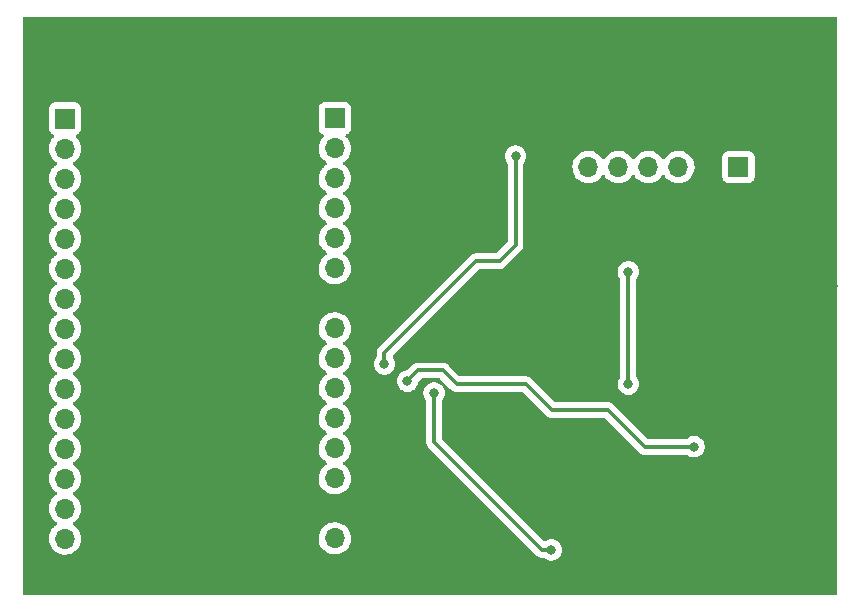
<source format=gbr>
%TF.GenerationSoftware,KiCad,Pcbnew,(6.0.7)*%
%TF.CreationDate,2022-10-30T17:48:50+07:00*%
%TF.ProjectId,dd,64642e6b-6963-4616-945f-706362585858,rev?*%
%TF.SameCoordinates,Original*%
%TF.FileFunction,Copper,L2,Bot*%
%TF.FilePolarity,Positive*%
%FSLAX46Y46*%
G04 Gerber Fmt 4.6, Leading zero omitted, Abs format (unit mm)*
G04 Created by KiCad (PCBNEW (6.0.7)) date 2022-10-30 17:48:50*
%MOMM*%
%LPD*%
G01*
G04 APERTURE LIST*
%TA.AperFunction,ComponentPad*%
%ADD10R,1.700000X1.700000*%
%TD*%
%TA.AperFunction,ComponentPad*%
%ADD11O,1.700000X1.700000*%
%TD*%
%TA.AperFunction,ViaPad*%
%ADD12C,0.800000*%
%TD*%
%TA.AperFunction,Conductor*%
%ADD13C,0.300000*%
%TD*%
%TA.AperFunction,Conductor*%
%ADD14C,0.350000*%
%TD*%
G04 APERTURE END LIST*
D10*
%TO.P,J1,1,Pin_1*%
%TO.N,unconnected-(J1-Pad1)*%
X143125000Y-58225000D03*
D11*
%TO.P,J1,2,Pin_2*%
%TO.N,/GND*%
X140585000Y-58225000D03*
%TO.P,J1,3,Pin_3*%
%TO.N,/VCC*%
X138045000Y-58225000D03*
%TO.P,J1,4,Pin_4*%
%TO.N,/SDA*%
X135505000Y-58225000D03*
%TO.P,J1,5,Pin_5*%
%TO.N,/SCL*%
X132965000Y-58225000D03*
%TO.P,J1,6,Pin_6*%
%TO.N,/INT*%
X130425000Y-58225000D03*
%TD*%
D10*
%TO.P,J2,1,Pin_1*%
%TO.N,unconnected-(J2-Pad1)*%
X86100000Y-54120000D03*
D11*
%TO.P,J2,2,Pin_2*%
%TO.N,unconnected-(J2-Pad2)*%
X86100000Y-56660000D03*
%TO.P,J2,3,Pin_3*%
%TO.N,unconnected-(J2-Pad3)*%
X86100000Y-59200000D03*
%TO.P,J2,4,Pin_4*%
%TO.N,unconnected-(J2-Pad4)*%
X86100000Y-61740000D03*
%TO.P,J2,5,Pin_5*%
%TO.N,unconnected-(J2-Pad5)*%
X86100000Y-64280000D03*
%TO.P,J2,6,Pin_6*%
%TO.N,unconnected-(J2-Pad6)*%
X86100000Y-66820000D03*
%TO.P,J2,7,Pin_7*%
%TO.N,unconnected-(J2-Pad7)*%
X86100000Y-69360000D03*
%TO.P,J2,8,Pin_8*%
%TO.N,unconnected-(J2-Pad8)*%
X86100000Y-71900000D03*
%TO.P,J2,9,Pin_9*%
%TO.N,unconnected-(J2-Pad9)*%
X86100000Y-74440000D03*
%TO.P,J2,10,Pin_10*%
%TO.N,unconnected-(J2-Pad10)*%
X86100000Y-76980000D03*
%TO.P,J2,11,Pin_11*%
%TO.N,unconnected-(J2-Pad11)*%
X86100000Y-79520000D03*
%TO.P,J2,12,Pin_12*%
%TO.N,unconnected-(J2-Pad12)*%
X86100000Y-82060000D03*
%TO.P,J2,13,Pin_13*%
%TO.N,unconnected-(J2-Pad13)*%
X86100000Y-84600000D03*
%TO.P,J2,14,Pin_14*%
%TO.N,unconnected-(J2-Pad14)*%
X86100000Y-87140000D03*
%TO.P,J2,15,Pin_15*%
%TO.N,unconnected-(J2-Pad15)*%
X86100000Y-89680000D03*
%TD*%
D10*
%TO.P,J3,1,Pin_1*%
%TO.N,/UP*%
X108950000Y-54100000D03*
D11*
%TO.P,J3,2,Pin_2*%
%TO.N,/SCL*%
X108950000Y-56640000D03*
%TO.P,J3,3,Pin_3*%
%TO.N,/SDA*%
X108950000Y-59180000D03*
%TO.P,J3,4,Pin_4*%
%TO.N,unconnected-(J3-Pad4)*%
X108950000Y-61720000D03*
%TO.P,J3,5,Pin_5*%
%TO.N,unconnected-(J3-Pad5)*%
X108950000Y-64260000D03*
%TO.P,J3,6,Pin_6*%
%TO.N,unconnected-(J3-Pad6)*%
X108950000Y-66800000D03*
%TO.P,J3,7,Pin_7*%
%TO.N,/GND*%
X108950000Y-69340000D03*
%TO.P,J3,8,Pin_8*%
%TO.N,/DOWN*%
X108950000Y-71880000D03*
%TO.P,J3,9,Pin_9*%
%TO.N,/INT*%
X108950000Y-74420000D03*
%TO.P,J3,10,Pin_10*%
%TO.N,/LEFT*%
X108950000Y-76960000D03*
%TO.P,J3,11,Pin_11*%
%TO.N,/RIGHT*%
X108950000Y-79500000D03*
%TO.P,J3,12,Pin_12*%
%TO.N,unconnected-(J3-Pad12)*%
X108950000Y-82040000D03*
%TO.P,J3,13,Pin_13*%
%TO.N,unconnected-(J3-Pad13)*%
X108950000Y-84580000D03*
%TO.P,J3,14,Pin_14*%
%TO.N,/GND*%
X108950000Y-87120000D03*
%TO.P,J3,15,Pin_15*%
%TO.N,/VCC*%
X108950000Y-89660000D03*
%TD*%
D12*
%TO.N,/INT*%
X124250000Y-57300000D03*
X113150000Y-74900000D03*
%TO.N,/LEFT*%
X139350000Y-81900000D03*
X115100000Y-76350000D03*
%TO.N,/DOWN*%
X117350000Y-77350000D03*
X127275000Y-90650000D03*
%TO.N,/VCC*%
X133800000Y-76600000D03*
X133800000Y-67100000D03*
%TO.N,/GND*%
X101500000Y-66700000D03*
X143150000Y-46950000D03*
X83500000Y-62900000D03*
X130050000Y-92600000D03*
X149500000Y-48850000D03*
X150100000Y-57200000D03*
X94350000Y-79550000D03*
X145650000Y-81450000D03*
X85300000Y-47650000D03*
X150000000Y-62050000D03*
X151100000Y-68300000D03*
X102500000Y-92400000D03*
X149550000Y-91300000D03*
X123650000Y-47050000D03*
X96100000Y-92600000D03*
X100500000Y-46800000D03*
X90500000Y-73500000D03*
X134500000Y-46950000D03*
X87150000Y-93150000D03*
X116350000Y-92850000D03*
X118100000Y-48000000D03*
X91550000Y-47750000D03*
X135700000Y-86750000D03*
X114700000Y-64850000D03*
X83150000Y-78950000D03*
X149250000Y-79450000D03*
X113450000Y-46850000D03*
X143450000Y-53450000D03*
X138050000Y-93950000D03*
X150450000Y-82800000D03*
X146900000Y-88200000D03*
X141150000Y-68500000D03*
X94500000Y-57500000D03*
X83150000Y-53700000D03*
%TD*%
D13*
%TO.N,/LEFT*%
X139300000Y-81950000D02*
X139350000Y-81900000D01*
X132050000Y-78800000D02*
X135200000Y-81950000D01*
X127300000Y-78800000D02*
X132050000Y-78800000D01*
X119250000Y-76600000D02*
X125100000Y-76600000D01*
X135200000Y-81950000D02*
X139300000Y-81950000D01*
X116000000Y-75450000D02*
X118100000Y-75450000D01*
X115100000Y-76350000D02*
X116000000Y-75450000D01*
X118100000Y-75450000D02*
X119250000Y-76600000D01*
X125100000Y-76600000D02*
X127300000Y-78800000D01*
%TO.N,/DOWN*%
X126500000Y-90650000D02*
X127275000Y-90650000D01*
X117350000Y-81500000D02*
X126500000Y-90650000D01*
X117350000Y-77350000D02*
X117350000Y-81500000D01*
%TO.N,/INT*%
X113150000Y-73950000D02*
X120900000Y-66200000D01*
X113150000Y-74900000D02*
X113150000Y-73950000D01*
X120900000Y-66200000D02*
X122900000Y-66200000D01*
X122900000Y-66200000D02*
X124250000Y-64850000D01*
X124250000Y-64850000D02*
X124250000Y-57300000D01*
D14*
%TO.N,/VCC*%
X133800000Y-76600000D02*
X133800000Y-67100000D01*
%TD*%
%TA.AperFunction,Conductor*%
%TO.N,/GND*%
G36*
X151433621Y-45528502D02*
G01*
X151480114Y-45582158D01*
X151491500Y-45634500D01*
X151491500Y-94365500D01*
X151471498Y-94433621D01*
X151417842Y-94480114D01*
X151365500Y-94491500D01*
X82634500Y-94491500D01*
X82566379Y-94471498D01*
X82519886Y-94417842D01*
X82508500Y-94365500D01*
X82508500Y-89646695D01*
X84737251Y-89646695D01*
X84737548Y-89651848D01*
X84737548Y-89651851D01*
X84748659Y-89844547D01*
X84750110Y-89869715D01*
X84751247Y-89874761D01*
X84751248Y-89874767D01*
X84771119Y-89962939D01*
X84799222Y-90087639D01*
X84883266Y-90294616D01*
X84999987Y-90485088D01*
X85146250Y-90653938D01*
X85318126Y-90796632D01*
X85511000Y-90909338D01*
X85719692Y-90989030D01*
X85724760Y-90990061D01*
X85724763Y-90990062D01*
X85832017Y-91011883D01*
X85938597Y-91033567D01*
X85943772Y-91033757D01*
X85943774Y-91033757D01*
X86156673Y-91041564D01*
X86156677Y-91041564D01*
X86161837Y-91041753D01*
X86166957Y-91041097D01*
X86166959Y-91041097D01*
X86378288Y-91014025D01*
X86378289Y-91014025D01*
X86383416Y-91013368D01*
X86388366Y-91011883D01*
X86592429Y-90950661D01*
X86592434Y-90950659D01*
X86597384Y-90949174D01*
X86797994Y-90850896D01*
X86979860Y-90721173D01*
X87138096Y-90563489D01*
X87152468Y-90543489D01*
X87265435Y-90386277D01*
X87268453Y-90382077D01*
X87280631Y-90357438D01*
X87365136Y-90186453D01*
X87365137Y-90186451D01*
X87367430Y-90181811D01*
X87432370Y-89968069D01*
X87461529Y-89746590D01*
X87461620Y-89742872D01*
X87463074Y-89683365D01*
X87463074Y-89683361D01*
X87463156Y-89680000D01*
X87458774Y-89626695D01*
X107587251Y-89626695D01*
X107587548Y-89631848D01*
X107587548Y-89631851D01*
X107593971Y-89743240D01*
X107600110Y-89849715D01*
X107601247Y-89854761D01*
X107601248Y-89854767D01*
X107621119Y-89942939D01*
X107649222Y-90067639D01*
X107733266Y-90274616D01*
X107849987Y-90465088D01*
X107996250Y-90633938D01*
X108168126Y-90776632D01*
X108361000Y-90889338D01*
X108365825Y-90891180D01*
X108365826Y-90891181D01*
X108413375Y-90909338D01*
X108569692Y-90969030D01*
X108574760Y-90970061D01*
X108574763Y-90970062D01*
X108673067Y-90990062D01*
X108788597Y-91013567D01*
X108793772Y-91013757D01*
X108793774Y-91013757D01*
X109006673Y-91021564D01*
X109006677Y-91021564D01*
X109011837Y-91021753D01*
X109016957Y-91021097D01*
X109016959Y-91021097D01*
X109228288Y-90994025D01*
X109228289Y-90994025D01*
X109233416Y-90993368D01*
X109238366Y-90991883D01*
X109442429Y-90930661D01*
X109442434Y-90930659D01*
X109447384Y-90929174D01*
X109647994Y-90830896D01*
X109829860Y-90701173D01*
X109988096Y-90543489D01*
X110047594Y-90460689D01*
X110115435Y-90366277D01*
X110118453Y-90362077D01*
X110207546Y-90181811D01*
X110215136Y-90166453D01*
X110215137Y-90166451D01*
X110217430Y-90161811D01*
X110282370Y-89948069D01*
X110311529Y-89726590D01*
X110312585Y-89683365D01*
X110313074Y-89663365D01*
X110313074Y-89663361D01*
X110313156Y-89660000D01*
X110294852Y-89437361D01*
X110240431Y-89220702D01*
X110151354Y-89015840D01*
X110111906Y-88954862D01*
X110032822Y-88832617D01*
X110032820Y-88832614D01*
X110030014Y-88828277D01*
X109879670Y-88663051D01*
X109875619Y-88659852D01*
X109875615Y-88659848D01*
X109708414Y-88527800D01*
X109708410Y-88527798D01*
X109704359Y-88524598D01*
X109508789Y-88416638D01*
X109503920Y-88414914D01*
X109503916Y-88414912D01*
X109303087Y-88343795D01*
X109303083Y-88343794D01*
X109298212Y-88342069D01*
X109293119Y-88341162D01*
X109293116Y-88341161D01*
X109083373Y-88303800D01*
X109083367Y-88303799D01*
X109078284Y-88302894D01*
X109004452Y-88301992D01*
X108860081Y-88300228D01*
X108860079Y-88300228D01*
X108854911Y-88300165D01*
X108634091Y-88333955D01*
X108421756Y-88403357D01*
X108223607Y-88506507D01*
X108219474Y-88509610D01*
X108219471Y-88509612D01*
X108049100Y-88637530D01*
X108044965Y-88640635D01*
X107890629Y-88802138D01*
X107887715Y-88806410D01*
X107887714Y-88806411D01*
X107802556Y-88931249D01*
X107764743Y-88986680D01*
X107670688Y-89189305D01*
X107610989Y-89404570D01*
X107587251Y-89626695D01*
X87458774Y-89626695D01*
X87444852Y-89457361D01*
X87390431Y-89240702D01*
X87301354Y-89035840D01*
X87180014Y-88848277D01*
X87029670Y-88683051D01*
X87025619Y-88679852D01*
X87025615Y-88679848D01*
X86858414Y-88547800D01*
X86858410Y-88547798D01*
X86854359Y-88544598D01*
X86813053Y-88521796D01*
X86763084Y-88471364D01*
X86748312Y-88401921D01*
X86773428Y-88335516D01*
X86800780Y-88308909D01*
X86844603Y-88277650D01*
X86979860Y-88181173D01*
X87138096Y-88023489D01*
X87197594Y-87940689D01*
X87265435Y-87846277D01*
X87268453Y-87842077D01*
X87367430Y-87641811D01*
X87432370Y-87428069D01*
X87461529Y-87206590D01*
X87463156Y-87140000D01*
X87444852Y-86917361D01*
X87390431Y-86700702D01*
X87301354Y-86495840D01*
X87180014Y-86308277D01*
X87029670Y-86143051D01*
X87025619Y-86139852D01*
X87025615Y-86139848D01*
X86858414Y-86007800D01*
X86858410Y-86007798D01*
X86854359Y-86004598D01*
X86813053Y-85981796D01*
X86763084Y-85931364D01*
X86748312Y-85861921D01*
X86773428Y-85795516D01*
X86800780Y-85768909D01*
X86844603Y-85737650D01*
X86979860Y-85641173D01*
X87138096Y-85483489D01*
X87152468Y-85463489D01*
X87265435Y-85306277D01*
X87268453Y-85302077D01*
X87280631Y-85277438D01*
X87365136Y-85106453D01*
X87365137Y-85106451D01*
X87367430Y-85101811D01*
X87432370Y-84888069D01*
X87461529Y-84666590D01*
X87463156Y-84600000D01*
X87458774Y-84546695D01*
X107587251Y-84546695D01*
X107587548Y-84551848D01*
X107587548Y-84551851D01*
X107593011Y-84646590D01*
X107600110Y-84769715D01*
X107601247Y-84774761D01*
X107601248Y-84774767D01*
X107621119Y-84862939D01*
X107649222Y-84987639D01*
X107733266Y-85194616D01*
X107849987Y-85385088D01*
X107996250Y-85553938D01*
X108168126Y-85696632D01*
X108361000Y-85809338D01*
X108569692Y-85889030D01*
X108574760Y-85890061D01*
X108574763Y-85890062D01*
X108682017Y-85911883D01*
X108788597Y-85933567D01*
X108793772Y-85933757D01*
X108793774Y-85933757D01*
X109006673Y-85941564D01*
X109006677Y-85941564D01*
X109011837Y-85941753D01*
X109016957Y-85941097D01*
X109016959Y-85941097D01*
X109228288Y-85914025D01*
X109228289Y-85914025D01*
X109233416Y-85913368D01*
X109289180Y-85896638D01*
X109442429Y-85850661D01*
X109442434Y-85850659D01*
X109447384Y-85849174D01*
X109647994Y-85750896D01*
X109829860Y-85621173D01*
X109988096Y-85463489D01*
X110047594Y-85380689D01*
X110115435Y-85286277D01*
X110118453Y-85282077D01*
X110207546Y-85101811D01*
X110215136Y-85086453D01*
X110215137Y-85086451D01*
X110217430Y-85081811D01*
X110282370Y-84868069D01*
X110311529Y-84646590D01*
X110312585Y-84603365D01*
X110313074Y-84583365D01*
X110313074Y-84583361D01*
X110313156Y-84580000D01*
X110294852Y-84357361D01*
X110240431Y-84140702D01*
X110151354Y-83935840D01*
X110111906Y-83874862D01*
X110032822Y-83752617D01*
X110032820Y-83752614D01*
X110030014Y-83748277D01*
X109879670Y-83583051D01*
X109875619Y-83579852D01*
X109875615Y-83579848D01*
X109708414Y-83447800D01*
X109708410Y-83447798D01*
X109704359Y-83444598D01*
X109663053Y-83421796D01*
X109613084Y-83371364D01*
X109598312Y-83301921D01*
X109623428Y-83235516D01*
X109650780Y-83208909D01*
X109700664Y-83173327D01*
X109829860Y-83081173D01*
X109988096Y-82923489D01*
X110047594Y-82840689D01*
X110115435Y-82746277D01*
X110118453Y-82742077D01*
X110142312Y-82693803D01*
X110215136Y-82546453D01*
X110215137Y-82546451D01*
X110217430Y-82541811D01*
X110282370Y-82328069D01*
X110311529Y-82106590D01*
X110311936Y-82089928D01*
X110313074Y-82043365D01*
X110313074Y-82043361D01*
X110313156Y-82040000D01*
X110294852Y-81817361D01*
X110240431Y-81600702D01*
X110151354Y-81395840D01*
X110111906Y-81334862D01*
X110032822Y-81212617D01*
X110032820Y-81212614D01*
X110030014Y-81208277D01*
X109879670Y-81043051D01*
X109875619Y-81039852D01*
X109875615Y-81039848D01*
X109708414Y-80907800D01*
X109708410Y-80907798D01*
X109704359Y-80904598D01*
X109663053Y-80881796D01*
X109613084Y-80831364D01*
X109598312Y-80761921D01*
X109623428Y-80695516D01*
X109650780Y-80668909D01*
X109700664Y-80633327D01*
X109829860Y-80541173D01*
X109988096Y-80383489D01*
X110047594Y-80300689D01*
X110115435Y-80206277D01*
X110118453Y-80202077D01*
X110207546Y-80021811D01*
X110215136Y-80006453D01*
X110215137Y-80006451D01*
X110217430Y-80001811D01*
X110282370Y-79788069D01*
X110311529Y-79566590D01*
X110312585Y-79523365D01*
X110313074Y-79503365D01*
X110313074Y-79503361D01*
X110313156Y-79500000D01*
X110294852Y-79277361D01*
X110240431Y-79060702D01*
X110151354Y-78855840D01*
X110111906Y-78794862D01*
X110032822Y-78672617D01*
X110032820Y-78672614D01*
X110030014Y-78668277D01*
X109879670Y-78503051D01*
X109875619Y-78499852D01*
X109875615Y-78499848D01*
X109708414Y-78367800D01*
X109708410Y-78367798D01*
X109704359Y-78364598D01*
X109663053Y-78341796D01*
X109613084Y-78291364D01*
X109598312Y-78221921D01*
X109623428Y-78155516D01*
X109650780Y-78128909D01*
X109700664Y-78093327D01*
X109829860Y-78001173D01*
X109988096Y-77843489D01*
X110047594Y-77760689D01*
X110115435Y-77666277D01*
X110118453Y-77662077D01*
X110178823Y-77539928D01*
X110215136Y-77466453D01*
X110215137Y-77466451D01*
X110217430Y-77461811D01*
X110251401Y-77350000D01*
X116436496Y-77350000D01*
X116437186Y-77356565D01*
X116453011Y-77507128D01*
X116456458Y-77539928D01*
X116515473Y-77721556D01*
X116610960Y-77886944D01*
X116615378Y-77891851D01*
X116615379Y-77891852D01*
X116659136Y-77940449D01*
X116689854Y-78004456D01*
X116691500Y-78024759D01*
X116691500Y-81417944D01*
X116690941Y-81429800D01*
X116689212Y-81437537D01*
X116689461Y-81445459D01*
X116691438Y-81508369D01*
X116691500Y-81512327D01*
X116691500Y-81541432D01*
X116692056Y-81545832D01*
X116692988Y-81557664D01*
X116694438Y-81603831D01*
X116696650Y-81611444D01*
X116696650Y-81611445D01*
X116700419Y-81624416D01*
X116704430Y-81643782D01*
X116707118Y-81665064D01*
X116710034Y-81672429D01*
X116710035Y-81672433D01*
X116724126Y-81708021D01*
X116727965Y-81719231D01*
X116740855Y-81763600D01*
X116751775Y-81782065D01*
X116760466Y-81799805D01*
X116768365Y-81819756D01*
X116795516Y-81857126D01*
X116802033Y-81867048D01*
X116821507Y-81899977D01*
X116821510Y-81899981D01*
X116825547Y-81906807D01*
X116840711Y-81921971D01*
X116853551Y-81937004D01*
X116866159Y-81954357D01*
X116901752Y-81983802D01*
X116910532Y-81991792D01*
X125976345Y-91057605D01*
X125984335Y-91066385D01*
X125988584Y-91073080D01*
X125994362Y-91078506D01*
X125994363Y-91078507D01*
X126040257Y-91121604D01*
X126043099Y-91124359D01*
X126063667Y-91144927D01*
X126067170Y-91147644D01*
X126076195Y-91155352D01*
X126109867Y-91186972D01*
X126116818Y-91190793D01*
X126116819Y-91190794D01*
X126128658Y-91197303D01*
X126145182Y-91208157D01*
X126155271Y-91215982D01*
X126162132Y-91221304D01*
X126169404Y-91224451D01*
X126169406Y-91224452D01*
X126204535Y-91239654D01*
X126215196Y-91244876D01*
X126255663Y-91267124D01*
X126276441Y-91272459D01*
X126295131Y-91278858D01*
X126314824Y-91287380D01*
X126358596Y-91294313D01*
X126360448Y-91294606D01*
X126372071Y-91297013D01*
X126400072Y-91304202D01*
X126416812Y-91308500D01*
X126438259Y-91308500D01*
X126457969Y-91310051D01*
X126479152Y-91313406D01*
X126525141Y-91309059D01*
X126536996Y-91308500D01*
X126594776Y-91308500D01*
X126662897Y-91328502D01*
X126668834Y-91332562D01*
X126818248Y-91441118D01*
X126824276Y-91443802D01*
X126824278Y-91443803D01*
X126986681Y-91516109D01*
X126992712Y-91518794D01*
X127086112Y-91538647D01*
X127173056Y-91557128D01*
X127173061Y-91557128D01*
X127179513Y-91558500D01*
X127370487Y-91558500D01*
X127376939Y-91557128D01*
X127376944Y-91557128D01*
X127463888Y-91538647D01*
X127557288Y-91518794D01*
X127563319Y-91516109D01*
X127725722Y-91443803D01*
X127725724Y-91443802D01*
X127731752Y-91441118D01*
X127886253Y-91328866D01*
X127914934Y-91297013D01*
X128009621Y-91191852D01*
X128009622Y-91191851D01*
X128014040Y-91186944D01*
X128102483Y-91033757D01*
X128106223Y-91027279D01*
X128106224Y-91027278D01*
X128109527Y-91021556D01*
X128168542Y-90839928D01*
X128182811Y-90704171D01*
X128187814Y-90656565D01*
X128188504Y-90650000D01*
X128179795Y-90567137D01*
X128169232Y-90466635D01*
X128169232Y-90466633D01*
X128168542Y-90460072D01*
X128109527Y-90278444D01*
X128014040Y-90113056D01*
X127991155Y-90087639D01*
X127890675Y-89976045D01*
X127890674Y-89976044D01*
X127886253Y-89971134D01*
X127780686Y-89894435D01*
X127737094Y-89862763D01*
X127737093Y-89862762D01*
X127731752Y-89858882D01*
X127725724Y-89856198D01*
X127725722Y-89856197D01*
X127563319Y-89783891D01*
X127563318Y-89783891D01*
X127557288Y-89781206D01*
X127463888Y-89761353D01*
X127376944Y-89742872D01*
X127376939Y-89742872D01*
X127370487Y-89741500D01*
X127179513Y-89741500D01*
X127173061Y-89742872D01*
X127173056Y-89742872D01*
X127086112Y-89761353D01*
X126992712Y-89781206D01*
X126986682Y-89783891D01*
X126986681Y-89783891D01*
X126824279Y-89856197D01*
X126818248Y-89858882D01*
X126812914Y-89862758D01*
X126812901Y-89862765D01*
X126802149Y-89870577D01*
X126735281Y-89894435D01*
X126666130Y-89878353D01*
X126638995Y-89857735D01*
X118045405Y-81264145D01*
X118011379Y-81201833D01*
X118008500Y-81175050D01*
X118008500Y-78024759D01*
X118028502Y-77956638D01*
X118040864Y-77940449D01*
X118084621Y-77891852D01*
X118084622Y-77891851D01*
X118089040Y-77886944D01*
X118184527Y-77721556D01*
X118243542Y-77539928D01*
X118246990Y-77507128D01*
X118262814Y-77356565D01*
X118263504Y-77350000D01*
X118255989Y-77278502D01*
X118244232Y-77166635D01*
X118244232Y-77166633D01*
X118243542Y-77160072D01*
X118184527Y-76978444D01*
X118169174Y-76951851D01*
X118092341Y-76818774D01*
X118089040Y-76813056D01*
X118068216Y-76789928D01*
X117965675Y-76676045D01*
X117965674Y-76676044D01*
X117961253Y-76671134D01*
X117806752Y-76558882D01*
X117800724Y-76556198D01*
X117800722Y-76556197D01*
X117638319Y-76483891D01*
X117638318Y-76483891D01*
X117632288Y-76481206D01*
X117538888Y-76461353D01*
X117451944Y-76442872D01*
X117451939Y-76442872D01*
X117445487Y-76441500D01*
X117254513Y-76441500D01*
X117248061Y-76442872D01*
X117248056Y-76442872D01*
X117161112Y-76461353D01*
X117067712Y-76481206D01*
X117061682Y-76483891D01*
X117061681Y-76483891D01*
X116899278Y-76556197D01*
X116899276Y-76556198D01*
X116893248Y-76558882D01*
X116738747Y-76671134D01*
X116734326Y-76676044D01*
X116734325Y-76676045D01*
X116631785Y-76789928D01*
X116610960Y-76813056D01*
X116607659Y-76818774D01*
X116530827Y-76951851D01*
X116515473Y-76978444D01*
X116456458Y-77160072D01*
X116455768Y-77166633D01*
X116455768Y-77166635D01*
X116444011Y-77278502D01*
X116436496Y-77350000D01*
X110251401Y-77350000D01*
X110280865Y-77253023D01*
X110280865Y-77253021D01*
X110282370Y-77248069D01*
X110311529Y-77026590D01*
X110312585Y-76983365D01*
X110313074Y-76963365D01*
X110313074Y-76963361D01*
X110313156Y-76960000D01*
X110294852Y-76737361D01*
X110240431Y-76520702D01*
X110166207Y-76350000D01*
X114186496Y-76350000D01*
X114187186Y-76356565D01*
X114204965Y-76525720D01*
X114206458Y-76539928D01*
X114265473Y-76721556D01*
X114360960Y-76886944D01*
X114365378Y-76891851D01*
X114365379Y-76891852D01*
X114475563Y-77014224D01*
X114488747Y-77028866D01*
X114575807Y-77092119D01*
X114637542Y-77136972D01*
X114643248Y-77141118D01*
X114649276Y-77143802D01*
X114649278Y-77143803D01*
X114763991Y-77194876D01*
X114817712Y-77218794D01*
X114905152Y-77237380D01*
X114998056Y-77257128D01*
X114998061Y-77257128D01*
X115004513Y-77258500D01*
X115195487Y-77258500D01*
X115201939Y-77257128D01*
X115201944Y-77257128D01*
X115294848Y-77237380D01*
X115382288Y-77218794D01*
X115436009Y-77194876D01*
X115550722Y-77143803D01*
X115550724Y-77143802D01*
X115556752Y-77141118D01*
X115562459Y-77136972D01*
X115624193Y-77092119D01*
X115711253Y-77028866D01*
X115724437Y-77014224D01*
X115834621Y-76891852D01*
X115834622Y-76891851D01*
X115839040Y-76886944D01*
X115934527Y-76721556D01*
X115976156Y-76593435D01*
X115991502Y-76546207D01*
X115991502Y-76546205D01*
X115993542Y-76539928D01*
X116006755Y-76414213D01*
X116033768Y-76348558D01*
X116042970Y-76338290D01*
X116235855Y-76145405D01*
X116298167Y-76111379D01*
X116324950Y-76108500D01*
X117775050Y-76108500D01*
X117843171Y-76128502D01*
X117864145Y-76145405D01*
X118726345Y-77007605D01*
X118734335Y-77016385D01*
X118738584Y-77023080D01*
X118744362Y-77028506D01*
X118744363Y-77028507D01*
X118790257Y-77071604D01*
X118793099Y-77074359D01*
X118813667Y-77094927D01*
X118817170Y-77097644D01*
X118826195Y-77105352D01*
X118859867Y-77136972D01*
X118866818Y-77140793D01*
X118866819Y-77140794D01*
X118878658Y-77147303D01*
X118895182Y-77158157D01*
X118903421Y-77164547D01*
X118912132Y-77171304D01*
X118919404Y-77174451D01*
X118919406Y-77174452D01*
X118954535Y-77189654D01*
X118965196Y-77194876D01*
X119005663Y-77217124D01*
X119026441Y-77222459D01*
X119045131Y-77228858D01*
X119064824Y-77237380D01*
X119099923Y-77242939D01*
X119110448Y-77244606D01*
X119122071Y-77247013D01*
X119145480Y-77253023D01*
X119166812Y-77258500D01*
X119188259Y-77258500D01*
X119207969Y-77260051D01*
X119229152Y-77263406D01*
X119275141Y-77259059D01*
X119286996Y-77258500D01*
X124775050Y-77258500D01*
X124843171Y-77278502D01*
X124864145Y-77295405D01*
X126776345Y-79207605D01*
X126784335Y-79216385D01*
X126788584Y-79223080D01*
X126794362Y-79228506D01*
X126794363Y-79228507D01*
X126840257Y-79271604D01*
X126843099Y-79274359D01*
X126863667Y-79294927D01*
X126866805Y-79297361D01*
X126867170Y-79297644D01*
X126876195Y-79305352D01*
X126909867Y-79336972D01*
X126916818Y-79340793D01*
X126916819Y-79340794D01*
X126928658Y-79347303D01*
X126945182Y-79358157D01*
X126955271Y-79365982D01*
X126962132Y-79371304D01*
X126969404Y-79374451D01*
X126969406Y-79374452D01*
X127004535Y-79389654D01*
X127015196Y-79394876D01*
X127055663Y-79417124D01*
X127076441Y-79422459D01*
X127095131Y-79428858D01*
X127114824Y-79437380D01*
X127158596Y-79444313D01*
X127160448Y-79444606D01*
X127172071Y-79447013D01*
X127200072Y-79454202D01*
X127216812Y-79458500D01*
X127238259Y-79458500D01*
X127257969Y-79460051D01*
X127279152Y-79463406D01*
X127325141Y-79459059D01*
X127336996Y-79458500D01*
X131725050Y-79458500D01*
X131793171Y-79478502D01*
X131814145Y-79495405D01*
X134676345Y-82357605D01*
X134684335Y-82366385D01*
X134688584Y-82373080D01*
X134694362Y-82378506D01*
X134694363Y-82378507D01*
X134740257Y-82421604D01*
X134743099Y-82424359D01*
X134763667Y-82444927D01*
X134767170Y-82447644D01*
X134776195Y-82455352D01*
X134809867Y-82486972D01*
X134816818Y-82490793D01*
X134816819Y-82490794D01*
X134828658Y-82497303D01*
X134845182Y-82508157D01*
X134855271Y-82515982D01*
X134862132Y-82521304D01*
X134869404Y-82524451D01*
X134869406Y-82524452D01*
X134904535Y-82539654D01*
X134915195Y-82544876D01*
X134918064Y-82546453D01*
X134955663Y-82567124D01*
X134976441Y-82572459D01*
X134995131Y-82578858D01*
X135014824Y-82587380D01*
X135058596Y-82594313D01*
X135060448Y-82594606D01*
X135072071Y-82597013D01*
X135100072Y-82604202D01*
X135116812Y-82608500D01*
X135138259Y-82608500D01*
X135157969Y-82610051D01*
X135179152Y-82613406D01*
X135225141Y-82609059D01*
X135236996Y-82608500D01*
X138738595Y-82608500D01*
X138806716Y-82628502D01*
X138812656Y-82632564D01*
X138876597Y-82679020D01*
X138893248Y-82691118D01*
X138899276Y-82693802D01*
X138899278Y-82693803D01*
X139052625Y-82762077D01*
X139067712Y-82768794D01*
X139161112Y-82788647D01*
X139248056Y-82807128D01*
X139248061Y-82807128D01*
X139254513Y-82808500D01*
X139445487Y-82808500D01*
X139451939Y-82807128D01*
X139451944Y-82807128D01*
X139538888Y-82788647D01*
X139632288Y-82768794D01*
X139647375Y-82762077D01*
X139800722Y-82693803D01*
X139800724Y-82693802D01*
X139806752Y-82691118D01*
X139823404Y-82679020D01*
X139913713Y-82613406D01*
X139961253Y-82578866D01*
X139994438Y-82542010D01*
X140084621Y-82441852D01*
X140084622Y-82441851D01*
X140089040Y-82436944D01*
X140184527Y-82271556D01*
X140243542Y-82089928D01*
X140250728Y-82021562D01*
X140262814Y-81906565D01*
X140263504Y-81900000D01*
X140257463Y-81842522D01*
X140244232Y-81716635D01*
X140244232Y-81716633D01*
X140243542Y-81710072D01*
X140184527Y-81528444D01*
X140089040Y-81363056D01*
X139991382Y-81254595D01*
X139965675Y-81226045D01*
X139965674Y-81226044D01*
X139961253Y-81221134D01*
X139806752Y-81108882D01*
X139800724Y-81106198D01*
X139800722Y-81106197D01*
X139638319Y-81033891D01*
X139638318Y-81033891D01*
X139632288Y-81031206D01*
X139538888Y-81011353D01*
X139451944Y-80992872D01*
X139451939Y-80992872D01*
X139445487Y-80991500D01*
X139254513Y-80991500D01*
X139248061Y-80992872D01*
X139248056Y-80992872D01*
X139161112Y-81011353D01*
X139067712Y-81031206D01*
X139061682Y-81033891D01*
X139061681Y-81033891D01*
X138899278Y-81106197D01*
X138899276Y-81106198D01*
X138893248Y-81108882D01*
X138738747Y-81221134D01*
X138734334Y-81226036D01*
X138734332Y-81226037D01*
X138712926Y-81249811D01*
X138652480Y-81287050D01*
X138619290Y-81291500D01*
X135524950Y-81291500D01*
X135456829Y-81271498D01*
X135435855Y-81254595D01*
X132573655Y-78392395D01*
X132565665Y-78383615D01*
X132565663Y-78383613D01*
X132561416Y-78376920D01*
X132548295Y-78364598D01*
X132509743Y-78328396D01*
X132506901Y-78325641D01*
X132486333Y-78305073D01*
X132482826Y-78302353D01*
X132473804Y-78294647D01*
X132445913Y-78268456D01*
X132440133Y-78263028D01*
X132433181Y-78259206D01*
X132421342Y-78252697D01*
X132404818Y-78241843D01*
X132394132Y-78233555D01*
X132387868Y-78228696D01*
X132380596Y-78225549D01*
X132380594Y-78225548D01*
X132345465Y-78210346D01*
X132334805Y-78205124D01*
X132301284Y-78186695D01*
X132301282Y-78186694D01*
X132294337Y-78182876D01*
X132273559Y-78177541D01*
X132254869Y-78171142D01*
X132235176Y-78162620D01*
X132189552Y-78155394D01*
X132177929Y-78152987D01*
X132149928Y-78145798D01*
X132133188Y-78141500D01*
X132111741Y-78141500D01*
X132092031Y-78139949D01*
X132078677Y-78137834D01*
X132070848Y-78136594D01*
X132024859Y-78140941D01*
X132013004Y-78141500D01*
X127624950Y-78141500D01*
X127556829Y-78121498D01*
X127535855Y-78104595D01*
X126031260Y-76600000D01*
X132886496Y-76600000D01*
X132887186Y-76606565D01*
X132903578Y-76762522D01*
X132906458Y-76789928D01*
X132965473Y-76971556D01*
X133060960Y-77136944D01*
X133065378Y-77141851D01*
X133065379Y-77141852D01*
X133160066Y-77247013D01*
X133188747Y-77278866D01*
X133211511Y-77295405D01*
X133331519Y-77382596D01*
X133343248Y-77391118D01*
X133349276Y-77393802D01*
X133349278Y-77393803D01*
X133511681Y-77466109D01*
X133517712Y-77468794D01*
X133600791Y-77486453D01*
X133698056Y-77507128D01*
X133698061Y-77507128D01*
X133704513Y-77508500D01*
X133895487Y-77508500D01*
X133901939Y-77507128D01*
X133901944Y-77507128D01*
X133999209Y-77486453D01*
X134082288Y-77468794D01*
X134088319Y-77466109D01*
X134250722Y-77393803D01*
X134250724Y-77393802D01*
X134256752Y-77391118D01*
X134268482Y-77382596D01*
X134388489Y-77295405D01*
X134411253Y-77278866D01*
X134439934Y-77247013D01*
X134534621Y-77141852D01*
X134534622Y-77141851D01*
X134539040Y-77136944D01*
X134634527Y-76971556D01*
X134693542Y-76789928D01*
X134696423Y-76762522D01*
X134712814Y-76606565D01*
X134713504Y-76600000D01*
X134706773Y-76535954D01*
X134694232Y-76416635D01*
X134694232Y-76416633D01*
X134693542Y-76410072D01*
X134634527Y-76228444D01*
X134598842Y-76166635D01*
X134542343Y-76068777D01*
X134539040Y-76063056D01*
X134534620Y-76058147D01*
X134534617Y-76058143D01*
X134515865Y-76037317D01*
X134485147Y-75973310D01*
X134483500Y-75953006D01*
X134483500Y-67746994D01*
X134503502Y-67678873D01*
X134515865Y-67662683D01*
X134534617Y-67641857D01*
X134534620Y-67641853D01*
X134539040Y-67636944D01*
X134634527Y-67471556D01*
X134693542Y-67289928D01*
X134713504Y-67100000D01*
X134693542Y-66910072D01*
X134634527Y-66728444D01*
X134539040Y-66563056D01*
X134517910Y-66539588D01*
X134415675Y-66426045D01*
X134415674Y-66426044D01*
X134411253Y-66421134D01*
X134256752Y-66308882D01*
X134250724Y-66306198D01*
X134250722Y-66306197D01*
X134088319Y-66233891D01*
X134088318Y-66233891D01*
X134082288Y-66231206D01*
X133988887Y-66211353D01*
X133901944Y-66192872D01*
X133901939Y-66192872D01*
X133895487Y-66191500D01*
X133704513Y-66191500D01*
X133698061Y-66192872D01*
X133698056Y-66192872D01*
X133611113Y-66211353D01*
X133517712Y-66231206D01*
X133511682Y-66233891D01*
X133511681Y-66233891D01*
X133349278Y-66306197D01*
X133349276Y-66306198D01*
X133343248Y-66308882D01*
X133188747Y-66421134D01*
X133184326Y-66426044D01*
X133184325Y-66426045D01*
X133082091Y-66539588D01*
X133060960Y-66563056D01*
X132965473Y-66728444D01*
X132906458Y-66910072D01*
X132886496Y-67100000D01*
X132906458Y-67289928D01*
X132965473Y-67471556D01*
X133060960Y-67636944D01*
X133065380Y-67641853D01*
X133065383Y-67641857D01*
X133084135Y-67662683D01*
X133114853Y-67726690D01*
X133116500Y-67746994D01*
X133116500Y-75953006D01*
X133096498Y-76021127D01*
X133084135Y-76037317D01*
X133065383Y-76058143D01*
X133065380Y-76058147D01*
X133060960Y-76063056D01*
X133057657Y-76068777D01*
X133001159Y-76166635D01*
X132965473Y-76228444D01*
X132906458Y-76410072D01*
X132905768Y-76416633D01*
X132905768Y-76416635D01*
X132893227Y-76535954D01*
X132886496Y-76600000D01*
X126031260Y-76600000D01*
X125623655Y-76192395D01*
X125615665Y-76183615D01*
X125615663Y-76183613D01*
X125611416Y-76176920D01*
X125559742Y-76128395D01*
X125556901Y-76125641D01*
X125536333Y-76105073D01*
X125532826Y-76102353D01*
X125523804Y-76094647D01*
X125495913Y-76068456D01*
X125490133Y-76063028D01*
X125483181Y-76059206D01*
X125471342Y-76052697D01*
X125454818Y-76041843D01*
X125444132Y-76033555D01*
X125437868Y-76028696D01*
X125430596Y-76025549D01*
X125430594Y-76025548D01*
X125395465Y-76010346D01*
X125384805Y-76005124D01*
X125351284Y-75986695D01*
X125351282Y-75986694D01*
X125344337Y-75982876D01*
X125323559Y-75977541D01*
X125304869Y-75971142D01*
X125285176Y-75962620D01*
X125239552Y-75955394D01*
X125227929Y-75952987D01*
X125199928Y-75945798D01*
X125183188Y-75941500D01*
X125161741Y-75941500D01*
X125142031Y-75939949D01*
X125128677Y-75937834D01*
X125120848Y-75936594D01*
X125074859Y-75940941D01*
X125063004Y-75941500D01*
X119574950Y-75941500D01*
X119506829Y-75921498D01*
X119485855Y-75904595D01*
X118623655Y-75042395D01*
X118615665Y-75033615D01*
X118615663Y-75033613D01*
X118611416Y-75026920D01*
X118559742Y-74978395D01*
X118556901Y-74975641D01*
X118536333Y-74955073D01*
X118532826Y-74952353D01*
X118523804Y-74944647D01*
X118520784Y-74941811D01*
X118490133Y-74913028D01*
X118478377Y-74906565D01*
X118471342Y-74902697D01*
X118454818Y-74891843D01*
X118444132Y-74883555D01*
X118437868Y-74878696D01*
X118430596Y-74875549D01*
X118430594Y-74875548D01*
X118395465Y-74860346D01*
X118384805Y-74855124D01*
X118351284Y-74836695D01*
X118351282Y-74836694D01*
X118344337Y-74832876D01*
X118323559Y-74827541D01*
X118304869Y-74821142D01*
X118285176Y-74812620D01*
X118239552Y-74805394D01*
X118227929Y-74802987D01*
X118193661Y-74794189D01*
X118183188Y-74791500D01*
X118161741Y-74791500D01*
X118142031Y-74789949D01*
X118128677Y-74787834D01*
X118120848Y-74786594D01*
X118074859Y-74790941D01*
X118063004Y-74791500D01*
X116082056Y-74791500D01*
X116070200Y-74790941D01*
X116070197Y-74790941D01*
X116062463Y-74789212D01*
X116007446Y-74790941D01*
X115991631Y-74791438D01*
X115987673Y-74791500D01*
X115958568Y-74791500D01*
X115954168Y-74792056D01*
X115942336Y-74792988D01*
X115896169Y-74794438D01*
X115875579Y-74800420D01*
X115856218Y-74804430D01*
X115849230Y-74805312D01*
X115842796Y-74806125D01*
X115842795Y-74806125D01*
X115834936Y-74807118D01*
X115827571Y-74810034D01*
X115827567Y-74810035D01*
X115791979Y-74824126D01*
X115780769Y-74827965D01*
X115736400Y-74840855D01*
X115717943Y-74851771D01*
X115700193Y-74860466D01*
X115680244Y-74868365D01*
X115673833Y-74873023D01*
X115673831Y-74873024D01*
X115642864Y-74895523D01*
X115632946Y-74902038D01*
X115593193Y-74925548D01*
X115578032Y-74940709D01*
X115563000Y-74953548D01*
X115545643Y-74966159D01*
X115535520Y-74978396D01*
X115516198Y-75001752D01*
X115508208Y-75010533D01*
X115114144Y-75404596D01*
X115051832Y-75438621D01*
X115025049Y-75441500D01*
X115004513Y-75441500D01*
X114998061Y-75442872D01*
X114998056Y-75442872D01*
X114911959Y-75461173D01*
X114817712Y-75481206D01*
X114811682Y-75483891D01*
X114811681Y-75483891D01*
X114649278Y-75556197D01*
X114649276Y-75556198D01*
X114643248Y-75558882D01*
X114637907Y-75562762D01*
X114637906Y-75562763D01*
X114599185Y-75590896D01*
X114488747Y-75671134D01*
X114484326Y-75676044D01*
X114484325Y-75676045D01*
X114366298Y-75807128D01*
X114360960Y-75813056D01*
X114344189Y-75842104D01*
X114269691Y-75971139D01*
X114265473Y-75978444D01*
X114206458Y-76160072D01*
X114205768Y-76166633D01*
X114205768Y-76166635D01*
X114203756Y-76185776D01*
X114186496Y-76350000D01*
X110166207Y-76350000D01*
X110151354Y-76315840D01*
X110046522Y-76153794D01*
X110032822Y-76132617D01*
X110032820Y-76132614D01*
X110030014Y-76128277D01*
X109879670Y-75963051D01*
X109875619Y-75959852D01*
X109875615Y-75959848D01*
X109708414Y-75827800D01*
X109708410Y-75827798D01*
X109704359Y-75824598D01*
X109663053Y-75801796D01*
X109613084Y-75751364D01*
X109598312Y-75681921D01*
X109623428Y-75615516D01*
X109650780Y-75588909D01*
X109700664Y-75553327D01*
X109829860Y-75461173D01*
X109988096Y-75303489D01*
X110047594Y-75220689D01*
X110115435Y-75126277D01*
X110118453Y-75122077D01*
X110161106Y-75035776D01*
X110215136Y-74926453D01*
X110215137Y-74926451D01*
X110217430Y-74921811D01*
X110224057Y-74900000D01*
X112236496Y-74900000D01*
X112237186Y-74906565D01*
X112252747Y-75054616D01*
X112256458Y-75089928D01*
X112315473Y-75271556D01*
X112318776Y-75277278D01*
X112318777Y-75277279D01*
X112336016Y-75307137D01*
X112410960Y-75436944D01*
X112415378Y-75441851D01*
X112415379Y-75441852D01*
X112518336Y-75556197D01*
X112538747Y-75578866D01*
X112589191Y-75615516D01*
X112663271Y-75669338D01*
X112693248Y-75691118D01*
X112699276Y-75693802D01*
X112699278Y-75693803D01*
X112750567Y-75716638D01*
X112867712Y-75768794D01*
X112951807Y-75786669D01*
X113048056Y-75807128D01*
X113048061Y-75807128D01*
X113054513Y-75808500D01*
X113245487Y-75808500D01*
X113251939Y-75807128D01*
X113251944Y-75807128D01*
X113348193Y-75786669D01*
X113432288Y-75768794D01*
X113549433Y-75716638D01*
X113600722Y-75693803D01*
X113600724Y-75693802D01*
X113606752Y-75691118D01*
X113636730Y-75669338D01*
X113710809Y-75615516D01*
X113761253Y-75578866D01*
X113781664Y-75556197D01*
X113884621Y-75441852D01*
X113884622Y-75441851D01*
X113889040Y-75436944D01*
X113963984Y-75307137D01*
X113981223Y-75277279D01*
X113981224Y-75277278D01*
X113984527Y-75271556D01*
X114043542Y-75089928D01*
X114047254Y-75054616D01*
X114062814Y-74906565D01*
X114063504Y-74900000D01*
X114057056Y-74838646D01*
X114044232Y-74716635D01*
X114044232Y-74716633D01*
X114043542Y-74710072D01*
X113984527Y-74528444D01*
X113969976Y-74503240D01*
X113947314Y-74463990D01*
X113889040Y-74363056D01*
X113864414Y-74335706D01*
X113833698Y-74271700D01*
X113842463Y-74201247D01*
X113868957Y-74162303D01*
X121135855Y-66895405D01*
X121198167Y-66861379D01*
X121224950Y-66858500D01*
X122817944Y-66858500D01*
X122829800Y-66859059D01*
X122829803Y-66859059D01*
X122837537Y-66860788D01*
X122908369Y-66858562D01*
X122912327Y-66858500D01*
X122941432Y-66858500D01*
X122945832Y-66857944D01*
X122957664Y-66857012D01*
X123003831Y-66855562D01*
X123024421Y-66849580D01*
X123043782Y-66845570D01*
X123050770Y-66844688D01*
X123057204Y-66843875D01*
X123057205Y-66843875D01*
X123065064Y-66842882D01*
X123072429Y-66839966D01*
X123072433Y-66839965D01*
X123108021Y-66825874D01*
X123119231Y-66822035D01*
X123163600Y-66809145D01*
X123182065Y-66798225D01*
X123199805Y-66789534D01*
X123219756Y-66781635D01*
X123257129Y-66754482D01*
X123267048Y-66747967D01*
X123299977Y-66728493D01*
X123299981Y-66728490D01*
X123306807Y-66724453D01*
X123321971Y-66709289D01*
X123337005Y-66696448D01*
X123347943Y-66688501D01*
X123354357Y-66683841D01*
X123383803Y-66648247D01*
X123391792Y-66639468D01*
X124657600Y-65373659D01*
X124666381Y-65365669D01*
X124666390Y-65365661D01*
X124673080Y-65361416D01*
X124721620Y-65309726D01*
X124724374Y-65306885D01*
X124744926Y-65286333D01*
X124747638Y-65282837D01*
X124755349Y-65273808D01*
X124781544Y-65245913D01*
X124786972Y-65240133D01*
X124797301Y-65221345D01*
X124808158Y-65204816D01*
X124816447Y-65194131D01*
X124816448Y-65194129D01*
X124821304Y-65187869D01*
X124839657Y-65145456D01*
X124844868Y-65134819D01*
X124867124Y-65094337D01*
X124872457Y-65073566D01*
X124878859Y-65054864D01*
X124887379Y-65035177D01*
X124894605Y-64989552D01*
X124897013Y-64977926D01*
X124906529Y-64940865D01*
X124906529Y-64940864D01*
X124908500Y-64933188D01*
X124908500Y-64911742D01*
X124910051Y-64892031D01*
X124912166Y-64878678D01*
X124913406Y-64870849D01*
X124909059Y-64824864D01*
X124908500Y-64813006D01*
X124908500Y-58191695D01*
X129062251Y-58191695D01*
X129062548Y-58196848D01*
X129062548Y-58196851D01*
X129072212Y-58364457D01*
X129075110Y-58414715D01*
X129076247Y-58419761D01*
X129076248Y-58419767D01*
X129096119Y-58507939D01*
X129124222Y-58632639D01*
X129208266Y-58839616D01*
X129257273Y-58919588D01*
X129322291Y-59025688D01*
X129324987Y-59030088D01*
X129471250Y-59198938D01*
X129643126Y-59341632D01*
X129836000Y-59454338D01*
X129840825Y-59456180D01*
X129840826Y-59456181D01*
X129871958Y-59468069D01*
X130044692Y-59534030D01*
X130049760Y-59535061D01*
X130049763Y-59535062D01*
X130157017Y-59556883D01*
X130263597Y-59578567D01*
X130268772Y-59578757D01*
X130268774Y-59578757D01*
X130481673Y-59586564D01*
X130481677Y-59586564D01*
X130486837Y-59586753D01*
X130491957Y-59586097D01*
X130491959Y-59586097D01*
X130703288Y-59559025D01*
X130703289Y-59559025D01*
X130708416Y-59558368D01*
X130713366Y-59556883D01*
X130917429Y-59495661D01*
X130917434Y-59495659D01*
X130922384Y-59494174D01*
X131122994Y-59395896D01*
X131304860Y-59266173D01*
X131463096Y-59108489D01*
X131522594Y-59025689D01*
X131593453Y-58927077D01*
X131594776Y-58928028D01*
X131641645Y-58884857D01*
X131711580Y-58872625D01*
X131777026Y-58900144D01*
X131804875Y-58931994D01*
X131864987Y-59030088D01*
X132011250Y-59198938D01*
X132183126Y-59341632D01*
X132376000Y-59454338D01*
X132380825Y-59456180D01*
X132380826Y-59456181D01*
X132411958Y-59468069D01*
X132584692Y-59534030D01*
X132589760Y-59535061D01*
X132589763Y-59535062D01*
X132697017Y-59556883D01*
X132803597Y-59578567D01*
X132808772Y-59578757D01*
X132808774Y-59578757D01*
X133021673Y-59586564D01*
X133021677Y-59586564D01*
X133026837Y-59586753D01*
X133031957Y-59586097D01*
X133031959Y-59586097D01*
X133243288Y-59559025D01*
X133243289Y-59559025D01*
X133248416Y-59558368D01*
X133253366Y-59556883D01*
X133457429Y-59495661D01*
X133457434Y-59495659D01*
X133462384Y-59494174D01*
X133662994Y-59395896D01*
X133844860Y-59266173D01*
X134003096Y-59108489D01*
X134062594Y-59025689D01*
X134133453Y-58927077D01*
X134134776Y-58928028D01*
X134181645Y-58884857D01*
X134251580Y-58872625D01*
X134317026Y-58900144D01*
X134344875Y-58931994D01*
X134404987Y-59030088D01*
X134551250Y-59198938D01*
X134723126Y-59341632D01*
X134916000Y-59454338D01*
X134920825Y-59456180D01*
X134920826Y-59456181D01*
X134951958Y-59468069D01*
X135124692Y-59534030D01*
X135129760Y-59535061D01*
X135129763Y-59535062D01*
X135237017Y-59556883D01*
X135343597Y-59578567D01*
X135348772Y-59578757D01*
X135348774Y-59578757D01*
X135561673Y-59586564D01*
X135561677Y-59586564D01*
X135566837Y-59586753D01*
X135571957Y-59586097D01*
X135571959Y-59586097D01*
X135783288Y-59559025D01*
X135783289Y-59559025D01*
X135788416Y-59558368D01*
X135793366Y-59556883D01*
X135997429Y-59495661D01*
X135997434Y-59495659D01*
X136002384Y-59494174D01*
X136202994Y-59395896D01*
X136384860Y-59266173D01*
X136543096Y-59108489D01*
X136602594Y-59025689D01*
X136673453Y-58927077D01*
X136674776Y-58928028D01*
X136721645Y-58884857D01*
X136791580Y-58872625D01*
X136857026Y-58900144D01*
X136884875Y-58931994D01*
X136944987Y-59030088D01*
X137091250Y-59198938D01*
X137263126Y-59341632D01*
X137456000Y-59454338D01*
X137460825Y-59456180D01*
X137460826Y-59456181D01*
X137491958Y-59468069D01*
X137664692Y-59534030D01*
X137669760Y-59535061D01*
X137669763Y-59535062D01*
X137777017Y-59556883D01*
X137883597Y-59578567D01*
X137888772Y-59578757D01*
X137888774Y-59578757D01*
X138101673Y-59586564D01*
X138101677Y-59586564D01*
X138106837Y-59586753D01*
X138111957Y-59586097D01*
X138111959Y-59586097D01*
X138323288Y-59559025D01*
X138323289Y-59559025D01*
X138328416Y-59558368D01*
X138333366Y-59556883D01*
X138537429Y-59495661D01*
X138537434Y-59495659D01*
X138542384Y-59494174D01*
X138742994Y-59395896D01*
X138924860Y-59266173D01*
X139068400Y-59123134D01*
X141766500Y-59123134D01*
X141773255Y-59185316D01*
X141824385Y-59321705D01*
X141911739Y-59438261D01*
X142028295Y-59525615D01*
X142164684Y-59576745D01*
X142226866Y-59583500D01*
X144023134Y-59583500D01*
X144085316Y-59576745D01*
X144221705Y-59525615D01*
X144338261Y-59438261D01*
X144425615Y-59321705D01*
X144476745Y-59185316D01*
X144483500Y-59123134D01*
X144483500Y-57326866D01*
X144476745Y-57264684D01*
X144425615Y-57128295D01*
X144338261Y-57011739D01*
X144221705Y-56924385D01*
X144085316Y-56873255D01*
X144023134Y-56866500D01*
X142226866Y-56866500D01*
X142164684Y-56873255D01*
X142028295Y-56924385D01*
X141911739Y-57011739D01*
X141824385Y-57128295D01*
X141773255Y-57264684D01*
X141766500Y-57326866D01*
X141766500Y-59123134D01*
X139068400Y-59123134D01*
X139083096Y-59108489D01*
X139142594Y-59025689D01*
X139210435Y-58931277D01*
X139213453Y-58927077D01*
X139217155Y-58919588D01*
X139310136Y-58731453D01*
X139310137Y-58731451D01*
X139312430Y-58726811D01*
X139365696Y-58551492D01*
X139375865Y-58518023D01*
X139375865Y-58518021D01*
X139377370Y-58513069D01*
X139406529Y-58291590D01*
X139408156Y-58225000D01*
X139389852Y-58002361D01*
X139335431Y-57785702D01*
X139246354Y-57580840D01*
X139168625Y-57460689D01*
X139127822Y-57397617D01*
X139127820Y-57397614D01*
X139125014Y-57393277D01*
X138974670Y-57228051D01*
X138970619Y-57224852D01*
X138970615Y-57224848D01*
X138803414Y-57092800D01*
X138803410Y-57092798D01*
X138799359Y-57089598D01*
X138603789Y-56981638D01*
X138598920Y-56979914D01*
X138598916Y-56979912D01*
X138398087Y-56908795D01*
X138398083Y-56908794D01*
X138393212Y-56907069D01*
X138388119Y-56906162D01*
X138388116Y-56906161D01*
X138178373Y-56868800D01*
X138178367Y-56868799D01*
X138173284Y-56867894D01*
X138099452Y-56866992D01*
X137955081Y-56865228D01*
X137955079Y-56865228D01*
X137949911Y-56865165D01*
X137729091Y-56898955D01*
X137516756Y-56968357D01*
X137318607Y-57071507D01*
X137314474Y-57074610D01*
X137314471Y-57074612D01*
X137144100Y-57202530D01*
X137139965Y-57205635D01*
X137136393Y-57209373D01*
X136994899Y-57357438D01*
X136985629Y-57367138D01*
X136878201Y-57524621D01*
X136823293Y-57569621D01*
X136752768Y-57577792D01*
X136689021Y-57546538D01*
X136668324Y-57522054D01*
X136587822Y-57397617D01*
X136587820Y-57397614D01*
X136585014Y-57393277D01*
X136434670Y-57228051D01*
X136430619Y-57224852D01*
X136430615Y-57224848D01*
X136263414Y-57092800D01*
X136263410Y-57092798D01*
X136259359Y-57089598D01*
X136063789Y-56981638D01*
X136058920Y-56979914D01*
X136058916Y-56979912D01*
X135858087Y-56908795D01*
X135858083Y-56908794D01*
X135853212Y-56907069D01*
X135848119Y-56906162D01*
X135848116Y-56906161D01*
X135638373Y-56868800D01*
X135638367Y-56868799D01*
X135633284Y-56867894D01*
X135559452Y-56866992D01*
X135415081Y-56865228D01*
X135415079Y-56865228D01*
X135409911Y-56865165D01*
X135189091Y-56898955D01*
X134976756Y-56968357D01*
X134778607Y-57071507D01*
X134774474Y-57074610D01*
X134774471Y-57074612D01*
X134604100Y-57202530D01*
X134599965Y-57205635D01*
X134596393Y-57209373D01*
X134454899Y-57357438D01*
X134445629Y-57367138D01*
X134338201Y-57524621D01*
X134283293Y-57569621D01*
X134212768Y-57577792D01*
X134149021Y-57546538D01*
X134128324Y-57522054D01*
X134047822Y-57397617D01*
X134047820Y-57397614D01*
X134045014Y-57393277D01*
X133894670Y-57228051D01*
X133890619Y-57224852D01*
X133890615Y-57224848D01*
X133723414Y-57092800D01*
X133723410Y-57092798D01*
X133719359Y-57089598D01*
X133523789Y-56981638D01*
X133518920Y-56979914D01*
X133518916Y-56979912D01*
X133318087Y-56908795D01*
X133318083Y-56908794D01*
X133313212Y-56907069D01*
X133308119Y-56906162D01*
X133308116Y-56906161D01*
X133098373Y-56868800D01*
X133098367Y-56868799D01*
X133093284Y-56867894D01*
X133019452Y-56866992D01*
X132875081Y-56865228D01*
X132875079Y-56865228D01*
X132869911Y-56865165D01*
X132649091Y-56898955D01*
X132436756Y-56968357D01*
X132238607Y-57071507D01*
X132234474Y-57074610D01*
X132234471Y-57074612D01*
X132064100Y-57202530D01*
X132059965Y-57205635D01*
X132056393Y-57209373D01*
X131914899Y-57357438D01*
X131905629Y-57367138D01*
X131798201Y-57524621D01*
X131743293Y-57569621D01*
X131672768Y-57577792D01*
X131609021Y-57546538D01*
X131588324Y-57522054D01*
X131507822Y-57397617D01*
X131507820Y-57397614D01*
X131505014Y-57393277D01*
X131354670Y-57228051D01*
X131350619Y-57224852D01*
X131350615Y-57224848D01*
X131183414Y-57092800D01*
X131183410Y-57092798D01*
X131179359Y-57089598D01*
X130983789Y-56981638D01*
X130978920Y-56979914D01*
X130978916Y-56979912D01*
X130778087Y-56908795D01*
X130778083Y-56908794D01*
X130773212Y-56907069D01*
X130768119Y-56906162D01*
X130768116Y-56906161D01*
X130558373Y-56868800D01*
X130558367Y-56868799D01*
X130553284Y-56867894D01*
X130479452Y-56866992D01*
X130335081Y-56865228D01*
X130335079Y-56865228D01*
X130329911Y-56865165D01*
X130109091Y-56898955D01*
X129896756Y-56968357D01*
X129698607Y-57071507D01*
X129694474Y-57074610D01*
X129694471Y-57074612D01*
X129524100Y-57202530D01*
X129519965Y-57205635D01*
X129516393Y-57209373D01*
X129374899Y-57357438D01*
X129365629Y-57367138D01*
X129239743Y-57551680D01*
X129145688Y-57754305D01*
X129085989Y-57969570D01*
X129062251Y-58191695D01*
X124908500Y-58191695D01*
X124908500Y-57974759D01*
X124928502Y-57906638D01*
X124940864Y-57890449D01*
X124984621Y-57841852D01*
X124984622Y-57841851D01*
X124989040Y-57836944D01*
X125067428Y-57701173D01*
X125081223Y-57677279D01*
X125081224Y-57677278D01*
X125084527Y-57671556D01*
X125143542Y-57489928D01*
X125155999Y-57371411D01*
X125162814Y-57306565D01*
X125163504Y-57300000D01*
X125143542Y-57110072D01*
X125084527Y-56928444D01*
X125067502Y-56898955D01*
X124992341Y-56768774D01*
X124989040Y-56763056D01*
X124959194Y-56729908D01*
X124865675Y-56626045D01*
X124865674Y-56626044D01*
X124861253Y-56621134D01*
X124706752Y-56508882D01*
X124700724Y-56506198D01*
X124700722Y-56506197D01*
X124538319Y-56433891D01*
X124538318Y-56433891D01*
X124532288Y-56431206D01*
X124431144Y-56409707D01*
X124351944Y-56392872D01*
X124351939Y-56392872D01*
X124345487Y-56391500D01*
X124154513Y-56391500D01*
X124148061Y-56392872D01*
X124148056Y-56392872D01*
X124068856Y-56409707D01*
X123967712Y-56431206D01*
X123961682Y-56433891D01*
X123961681Y-56433891D01*
X123799278Y-56506197D01*
X123799276Y-56506198D01*
X123793248Y-56508882D01*
X123638747Y-56621134D01*
X123634326Y-56626044D01*
X123634325Y-56626045D01*
X123540807Y-56729908D01*
X123510960Y-56763056D01*
X123507659Y-56768774D01*
X123432499Y-56898955D01*
X123415473Y-56928444D01*
X123356458Y-57110072D01*
X123336496Y-57300000D01*
X123337186Y-57306565D01*
X123344002Y-57371411D01*
X123356458Y-57489928D01*
X123415473Y-57671556D01*
X123418776Y-57677278D01*
X123418777Y-57677279D01*
X123432572Y-57701173D01*
X123510960Y-57836944D01*
X123515378Y-57841851D01*
X123515379Y-57841852D01*
X123559136Y-57890449D01*
X123589854Y-57954456D01*
X123591500Y-57974759D01*
X123591500Y-64525050D01*
X123571498Y-64593171D01*
X123554595Y-64614146D01*
X122664144Y-65504596D01*
X122601832Y-65538621D01*
X122575049Y-65541500D01*
X120982056Y-65541500D01*
X120970200Y-65540941D01*
X120970197Y-65540941D01*
X120962463Y-65539212D01*
X120908846Y-65540897D01*
X120891631Y-65541438D01*
X120887673Y-65541500D01*
X120858568Y-65541500D01*
X120854168Y-65542056D01*
X120842336Y-65542988D01*
X120796169Y-65544438D01*
X120775579Y-65550420D01*
X120756218Y-65554430D01*
X120749230Y-65555312D01*
X120742796Y-65556125D01*
X120742795Y-65556125D01*
X120734936Y-65557118D01*
X120727571Y-65560034D01*
X120727567Y-65560035D01*
X120691979Y-65574126D01*
X120680769Y-65577965D01*
X120636400Y-65590855D01*
X120617935Y-65601775D01*
X120600195Y-65610466D01*
X120580244Y-65618365D01*
X120550429Y-65640027D01*
X120542874Y-65645516D01*
X120532952Y-65652033D01*
X120500023Y-65671507D01*
X120500019Y-65671510D01*
X120493193Y-65675547D01*
X120478029Y-65690711D01*
X120462996Y-65703551D01*
X120445643Y-65716159D01*
X120416198Y-65751752D01*
X120408208Y-65760532D01*
X112742395Y-73426345D01*
X112733615Y-73434335D01*
X112733613Y-73434337D01*
X112726920Y-73438584D01*
X112721494Y-73444362D01*
X112721493Y-73444363D01*
X112678396Y-73490257D01*
X112675641Y-73493099D01*
X112655073Y-73513667D01*
X112652356Y-73517170D01*
X112644648Y-73526195D01*
X112613028Y-73559867D01*
X112609207Y-73566818D01*
X112609206Y-73566819D01*
X112602697Y-73578658D01*
X112591843Y-73595182D01*
X112584649Y-73604457D01*
X112578696Y-73612132D01*
X112575549Y-73619404D01*
X112575548Y-73619406D01*
X112560346Y-73654535D01*
X112555124Y-73665195D01*
X112532876Y-73705663D01*
X112527541Y-73726441D01*
X112521142Y-73745131D01*
X112512620Y-73764824D01*
X112510123Y-73780590D01*
X112505394Y-73810448D01*
X112502987Y-73822071D01*
X112491500Y-73866812D01*
X112491500Y-73888259D01*
X112489949Y-73907969D01*
X112486594Y-73929152D01*
X112490862Y-73974297D01*
X112490941Y-73975138D01*
X112491500Y-73986996D01*
X112491500Y-74225241D01*
X112471498Y-74293362D01*
X112459136Y-74309551D01*
X112410960Y-74363056D01*
X112352686Y-74463990D01*
X112330025Y-74503240D01*
X112315473Y-74528444D01*
X112256458Y-74710072D01*
X112255768Y-74716633D01*
X112255768Y-74716635D01*
X112242944Y-74838646D01*
X112236496Y-74900000D01*
X110224057Y-74900000D01*
X110256205Y-74794189D01*
X110280865Y-74713023D01*
X110280865Y-74713021D01*
X110282370Y-74708069D01*
X110311529Y-74486590D01*
X110312585Y-74443365D01*
X110313074Y-74423365D01*
X110313074Y-74423361D01*
X110313156Y-74420000D01*
X110294852Y-74197361D01*
X110240431Y-73980702D01*
X110151354Y-73775840D01*
X110072878Y-73654535D01*
X110032822Y-73592617D01*
X110032820Y-73592614D01*
X110030014Y-73588277D01*
X109879670Y-73423051D01*
X109875619Y-73419852D01*
X109875615Y-73419848D01*
X109708414Y-73287800D01*
X109708410Y-73287798D01*
X109704359Y-73284598D01*
X109663053Y-73261796D01*
X109613084Y-73211364D01*
X109598312Y-73141921D01*
X109623428Y-73075516D01*
X109650780Y-73048909D01*
X109700664Y-73013327D01*
X109829860Y-72921173D01*
X109988096Y-72763489D01*
X110047594Y-72680689D01*
X110115435Y-72586277D01*
X110118453Y-72582077D01*
X110207546Y-72401811D01*
X110215136Y-72386453D01*
X110215137Y-72386451D01*
X110217430Y-72381811D01*
X110282370Y-72168069D01*
X110311529Y-71946590D01*
X110312585Y-71903365D01*
X110313074Y-71883365D01*
X110313074Y-71883361D01*
X110313156Y-71880000D01*
X110294852Y-71657361D01*
X110240431Y-71440702D01*
X110151354Y-71235840D01*
X110111906Y-71174862D01*
X110032822Y-71052617D01*
X110032820Y-71052614D01*
X110030014Y-71048277D01*
X109879670Y-70883051D01*
X109875619Y-70879852D01*
X109875615Y-70879848D01*
X109708414Y-70747800D01*
X109708410Y-70747798D01*
X109704359Y-70744598D01*
X109508789Y-70636638D01*
X109503920Y-70634914D01*
X109503916Y-70634912D01*
X109303087Y-70563795D01*
X109303083Y-70563794D01*
X109298212Y-70562069D01*
X109293119Y-70561162D01*
X109293116Y-70561161D01*
X109083373Y-70523800D01*
X109083367Y-70523799D01*
X109078284Y-70522894D01*
X109004452Y-70521992D01*
X108860081Y-70520228D01*
X108860079Y-70520228D01*
X108854911Y-70520165D01*
X108634091Y-70553955D01*
X108421756Y-70623357D01*
X108223607Y-70726507D01*
X108219474Y-70729610D01*
X108219471Y-70729612D01*
X108049100Y-70857530D01*
X108044965Y-70860635D01*
X107890629Y-71022138D01*
X107887715Y-71026410D01*
X107887714Y-71026411D01*
X107802556Y-71151249D01*
X107764743Y-71206680D01*
X107670688Y-71409305D01*
X107610989Y-71624570D01*
X107587251Y-71846695D01*
X107587548Y-71851848D01*
X107587548Y-71851851D01*
X107593011Y-71946590D01*
X107600110Y-72069715D01*
X107601247Y-72074761D01*
X107601248Y-72074767D01*
X107621119Y-72162939D01*
X107649222Y-72287639D01*
X107733266Y-72494616D01*
X107849987Y-72685088D01*
X107996250Y-72853938D01*
X108168126Y-72996632D01*
X108202352Y-73016632D01*
X108241445Y-73039476D01*
X108290169Y-73091114D01*
X108303240Y-73160897D01*
X108276509Y-73226669D01*
X108236055Y-73260027D01*
X108223607Y-73266507D01*
X108219474Y-73269610D01*
X108219471Y-73269612D01*
X108049100Y-73397530D01*
X108044965Y-73400635D01*
X108020396Y-73426345D01*
X107957956Y-73491685D01*
X107890629Y-73562138D01*
X107887715Y-73566410D01*
X107887714Y-73566411D01*
X107851563Y-73619406D01*
X107764743Y-73746680D01*
X107749003Y-73780590D01*
X107676380Y-73937043D01*
X107670688Y-73949305D01*
X107610989Y-74164570D01*
X107587251Y-74386695D01*
X107587548Y-74391848D01*
X107587548Y-74391851D01*
X107593011Y-74486590D01*
X107600110Y-74609715D01*
X107601247Y-74614761D01*
X107601248Y-74614767D01*
X107621119Y-74702939D01*
X107649222Y-74827639D01*
X107733266Y-75034616D01*
X107849987Y-75225088D01*
X107996250Y-75393938D01*
X108168126Y-75536632D01*
X108206819Y-75559242D01*
X108241445Y-75579476D01*
X108290169Y-75631114D01*
X108303240Y-75700897D01*
X108276509Y-75766669D01*
X108236055Y-75800027D01*
X108223607Y-75806507D01*
X108219474Y-75809610D01*
X108219471Y-75809612D01*
X108049100Y-75937530D01*
X108044965Y-75940635D01*
X108020946Y-75965769D01*
X107897788Y-76094647D01*
X107890629Y-76102138D01*
X107887715Y-76106410D01*
X107887714Y-76106411D01*
X107855392Y-76153794D01*
X107764743Y-76286680D01*
X107670688Y-76489305D01*
X107610989Y-76704570D01*
X107587251Y-76926695D01*
X107587548Y-76931848D01*
X107587548Y-76931851D01*
X107595765Y-77074359D01*
X107600110Y-77149715D01*
X107601247Y-77154761D01*
X107601248Y-77154767D01*
X107622037Y-77247013D01*
X107649222Y-77367639D01*
X107733266Y-77574616D01*
X107735965Y-77579020D01*
X107826818Y-77727279D01*
X107849987Y-77765088D01*
X107996250Y-77933938D01*
X108168126Y-78076632D01*
X108202352Y-78096632D01*
X108241445Y-78119476D01*
X108290169Y-78171114D01*
X108303240Y-78240897D01*
X108276509Y-78306669D01*
X108236055Y-78340027D01*
X108223607Y-78346507D01*
X108219474Y-78349610D01*
X108219471Y-78349612D01*
X108049100Y-78477530D01*
X108044965Y-78480635D01*
X107890629Y-78642138D01*
X107887715Y-78646410D01*
X107887714Y-78646411D01*
X107802556Y-78771249D01*
X107764743Y-78826680D01*
X107670688Y-79029305D01*
X107610989Y-79244570D01*
X107587251Y-79466695D01*
X107587548Y-79471848D01*
X107587548Y-79471851D01*
X107593011Y-79566590D01*
X107600110Y-79689715D01*
X107601247Y-79694761D01*
X107601248Y-79694767D01*
X107621119Y-79782939D01*
X107649222Y-79907639D01*
X107733266Y-80114616D01*
X107849987Y-80305088D01*
X107996250Y-80473938D01*
X108168126Y-80616632D01*
X108202352Y-80636632D01*
X108241445Y-80659476D01*
X108290169Y-80711114D01*
X108303240Y-80780897D01*
X108276509Y-80846669D01*
X108236055Y-80880027D01*
X108223607Y-80886507D01*
X108219474Y-80889610D01*
X108219471Y-80889612D01*
X108049100Y-81017530D01*
X108044965Y-81020635D01*
X107890629Y-81182138D01*
X107887715Y-81186410D01*
X107887714Y-81186411D01*
X107844466Y-81249811D01*
X107764743Y-81366680D01*
X107728175Y-81445459D01*
X107676089Y-81557670D01*
X107670688Y-81569305D01*
X107610989Y-81784570D01*
X107587251Y-82006695D01*
X107587548Y-82011848D01*
X107587548Y-82011851D01*
X107593011Y-82106590D01*
X107600110Y-82229715D01*
X107601247Y-82234761D01*
X107601248Y-82234767D01*
X107608123Y-82265271D01*
X107649222Y-82447639D01*
X107733266Y-82654616D01*
X107849987Y-82845088D01*
X107996250Y-83013938D01*
X108168126Y-83156632D01*
X108202352Y-83176632D01*
X108241445Y-83199476D01*
X108290169Y-83251114D01*
X108303240Y-83320897D01*
X108276509Y-83386669D01*
X108236055Y-83420027D01*
X108223607Y-83426507D01*
X108219474Y-83429610D01*
X108219471Y-83429612D01*
X108049100Y-83557530D01*
X108044965Y-83560635D01*
X107890629Y-83722138D01*
X107887715Y-83726410D01*
X107887714Y-83726411D01*
X107802556Y-83851249D01*
X107764743Y-83906680D01*
X107670688Y-84109305D01*
X107610989Y-84324570D01*
X107587251Y-84546695D01*
X87458774Y-84546695D01*
X87444852Y-84377361D01*
X87390431Y-84160702D01*
X87301354Y-83955840D01*
X87180014Y-83768277D01*
X87029670Y-83603051D01*
X87025619Y-83599852D01*
X87025615Y-83599848D01*
X86858414Y-83467800D01*
X86858410Y-83467798D01*
X86854359Y-83464598D01*
X86813053Y-83441796D01*
X86763084Y-83391364D01*
X86748312Y-83321921D01*
X86773428Y-83255516D01*
X86800780Y-83228909D01*
X86844603Y-83197650D01*
X86979860Y-83101173D01*
X87138096Y-82943489D01*
X87152468Y-82923489D01*
X87265435Y-82766277D01*
X87268453Y-82762077D01*
X87280631Y-82737438D01*
X87365136Y-82566453D01*
X87365137Y-82566451D01*
X87367430Y-82561811D01*
X87432370Y-82348069D01*
X87461529Y-82126590D01*
X87462100Y-82103240D01*
X87463074Y-82063365D01*
X87463074Y-82063361D01*
X87463156Y-82060000D01*
X87444852Y-81837361D01*
X87390431Y-81620702D01*
X87301354Y-81415840D01*
X87180014Y-81228277D01*
X87029670Y-81063051D01*
X87025619Y-81059852D01*
X87025615Y-81059848D01*
X86858414Y-80927800D01*
X86858410Y-80927798D01*
X86854359Y-80924598D01*
X86813053Y-80901796D01*
X86763084Y-80851364D01*
X86748312Y-80781921D01*
X86773428Y-80715516D01*
X86800780Y-80688909D01*
X86844603Y-80657650D01*
X86979860Y-80561173D01*
X87138096Y-80403489D01*
X87152468Y-80383489D01*
X87265435Y-80226277D01*
X87268453Y-80222077D01*
X87280631Y-80197438D01*
X87365136Y-80026453D01*
X87365137Y-80026451D01*
X87367430Y-80021811D01*
X87432370Y-79808069D01*
X87461529Y-79586590D01*
X87463156Y-79520000D01*
X87444852Y-79297361D01*
X87390431Y-79080702D01*
X87301354Y-78875840D01*
X87180014Y-78688277D01*
X87029670Y-78523051D01*
X87025619Y-78519852D01*
X87025615Y-78519848D01*
X86858414Y-78387800D01*
X86858410Y-78387798D01*
X86854359Y-78384598D01*
X86813053Y-78361796D01*
X86763084Y-78311364D01*
X86748312Y-78241921D01*
X86773428Y-78175516D01*
X86800780Y-78148909D01*
X86862906Y-78104595D01*
X86979860Y-78021173D01*
X87138096Y-77863489D01*
X87152468Y-77843489D01*
X87265435Y-77686277D01*
X87268453Y-77682077D01*
X87280631Y-77657438D01*
X87365136Y-77486453D01*
X87365137Y-77486451D01*
X87367430Y-77481811D01*
X87432370Y-77268069D01*
X87461529Y-77046590D01*
X87462100Y-77023240D01*
X87463074Y-76983365D01*
X87463074Y-76983361D01*
X87463156Y-76980000D01*
X87444852Y-76757361D01*
X87390431Y-76540702D01*
X87301354Y-76335840D01*
X87235942Y-76234729D01*
X87182822Y-76152617D01*
X87182820Y-76152614D01*
X87180014Y-76148277D01*
X87029670Y-75983051D01*
X87025619Y-75979852D01*
X87025615Y-75979848D01*
X86858414Y-75847800D01*
X86858410Y-75847798D01*
X86854359Y-75844598D01*
X86813053Y-75821796D01*
X86763084Y-75771364D01*
X86748312Y-75701921D01*
X86773428Y-75635516D01*
X86800780Y-75608909D01*
X86865474Y-75562763D01*
X86979860Y-75481173D01*
X87138096Y-75323489D01*
X87152468Y-75303489D01*
X87265435Y-75146277D01*
X87268453Y-75142077D01*
X87280631Y-75117438D01*
X87365136Y-74946453D01*
X87365137Y-74946451D01*
X87367430Y-74941811D01*
X87411533Y-74796650D01*
X87430865Y-74733023D01*
X87430865Y-74733021D01*
X87432370Y-74728069D01*
X87461529Y-74506590D01*
X87463156Y-74440000D01*
X87444852Y-74217361D01*
X87390431Y-74000702D01*
X87301354Y-73795840D01*
X87216836Y-73665195D01*
X87182822Y-73612617D01*
X87182820Y-73612614D01*
X87180014Y-73608277D01*
X87029670Y-73443051D01*
X87025619Y-73439852D01*
X87025615Y-73439848D01*
X86858414Y-73307800D01*
X86858410Y-73307798D01*
X86854359Y-73304598D01*
X86813053Y-73281796D01*
X86763084Y-73231364D01*
X86748312Y-73161921D01*
X86773428Y-73095516D01*
X86800780Y-73068909D01*
X86844603Y-73037650D01*
X86979860Y-72941173D01*
X87138096Y-72783489D01*
X87152468Y-72763489D01*
X87265435Y-72606277D01*
X87268453Y-72602077D01*
X87280631Y-72577438D01*
X87365136Y-72406453D01*
X87365137Y-72406451D01*
X87367430Y-72401811D01*
X87432370Y-72188069D01*
X87461529Y-71966590D01*
X87463156Y-71900000D01*
X87444852Y-71677361D01*
X87390431Y-71460702D01*
X87301354Y-71255840D01*
X87180014Y-71068277D01*
X87029670Y-70903051D01*
X87025619Y-70899852D01*
X87025615Y-70899848D01*
X86858414Y-70767800D01*
X86858410Y-70767798D01*
X86854359Y-70764598D01*
X86813053Y-70741796D01*
X86763084Y-70691364D01*
X86748312Y-70621921D01*
X86773428Y-70555516D01*
X86800780Y-70528909D01*
X86844603Y-70497650D01*
X86979860Y-70401173D01*
X87138096Y-70243489D01*
X87197594Y-70160689D01*
X87265435Y-70066277D01*
X87268453Y-70062077D01*
X87367430Y-69861811D01*
X87432370Y-69648069D01*
X87461529Y-69426590D01*
X87463156Y-69360000D01*
X87444852Y-69137361D01*
X87390431Y-68920702D01*
X87301354Y-68715840D01*
X87180014Y-68528277D01*
X87029670Y-68363051D01*
X87025619Y-68359852D01*
X87025615Y-68359848D01*
X86858414Y-68227800D01*
X86858410Y-68227798D01*
X86854359Y-68224598D01*
X86813053Y-68201796D01*
X86763084Y-68151364D01*
X86748312Y-68081921D01*
X86773428Y-68015516D01*
X86800780Y-67988909D01*
X86844603Y-67957650D01*
X86979860Y-67861173D01*
X87138096Y-67703489D01*
X87152468Y-67683489D01*
X87265435Y-67526277D01*
X87268453Y-67522077D01*
X87280631Y-67497438D01*
X87365136Y-67326453D01*
X87365137Y-67326451D01*
X87367430Y-67321811D01*
X87432370Y-67108069D01*
X87461529Y-66886590D01*
X87462145Y-66861379D01*
X87463074Y-66823365D01*
X87463074Y-66823361D01*
X87463156Y-66820000D01*
X87458774Y-66766695D01*
X107587251Y-66766695D01*
X107587548Y-66771848D01*
X107587548Y-66771851D01*
X107593011Y-66866590D01*
X107600110Y-66989715D01*
X107601247Y-66994761D01*
X107601248Y-66994767D01*
X107621119Y-67082939D01*
X107649222Y-67207639D01*
X107733266Y-67414616D01*
X107849987Y-67605088D01*
X107996250Y-67773938D01*
X108168126Y-67916632D01*
X108361000Y-68029338D01*
X108569692Y-68109030D01*
X108574760Y-68110061D01*
X108574763Y-68110062D01*
X108682017Y-68131883D01*
X108788597Y-68153567D01*
X108793772Y-68153757D01*
X108793774Y-68153757D01*
X109006673Y-68161564D01*
X109006677Y-68161564D01*
X109011837Y-68161753D01*
X109016957Y-68161097D01*
X109016959Y-68161097D01*
X109228288Y-68134025D01*
X109228289Y-68134025D01*
X109233416Y-68133368D01*
X109289180Y-68116638D01*
X109442429Y-68070661D01*
X109442434Y-68070659D01*
X109447384Y-68069174D01*
X109647994Y-67970896D01*
X109829860Y-67841173D01*
X109988096Y-67683489D01*
X110018012Y-67641857D01*
X110115435Y-67506277D01*
X110118453Y-67502077D01*
X110133538Y-67471556D01*
X110215136Y-67306453D01*
X110215137Y-67306451D01*
X110217430Y-67301811D01*
X110276294Y-67108069D01*
X110280865Y-67093023D01*
X110280865Y-67093021D01*
X110282370Y-67088069D01*
X110311529Y-66866590D01*
X110311740Y-66857945D01*
X110313074Y-66803365D01*
X110313074Y-66803361D01*
X110313156Y-66800000D01*
X110294852Y-66577361D01*
X110240431Y-66360702D01*
X110151354Y-66155840D01*
X110111906Y-66094862D01*
X110032822Y-65972617D01*
X110032820Y-65972614D01*
X110030014Y-65968277D01*
X109879670Y-65803051D01*
X109875619Y-65799852D01*
X109875615Y-65799848D01*
X109708414Y-65667800D01*
X109708410Y-65667798D01*
X109704359Y-65664598D01*
X109663053Y-65641796D01*
X109613084Y-65591364D01*
X109598312Y-65521921D01*
X109623428Y-65455516D01*
X109650780Y-65428909D01*
X109700664Y-65393327D01*
X109829860Y-65301173D01*
X109885314Y-65245913D01*
X109968026Y-65163489D01*
X109988096Y-65143489D01*
X110038341Y-65073566D01*
X110115435Y-64966277D01*
X110118453Y-64962077D01*
X110136648Y-64925263D01*
X110215136Y-64766453D01*
X110215137Y-64766451D01*
X110217430Y-64761811D01*
X110282370Y-64548069D01*
X110311529Y-64326590D01*
X110312585Y-64283365D01*
X110313074Y-64263365D01*
X110313074Y-64263361D01*
X110313156Y-64260000D01*
X110294852Y-64037361D01*
X110240431Y-63820702D01*
X110151354Y-63615840D01*
X110111906Y-63554862D01*
X110032822Y-63432617D01*
X110032820Y-63432614D01*
X110030014Y-63428277D01*
X109879670Y-63263051D01*
X109875619Y-63259852D01*
X109875615Y-63259848D01*
X109708414Y-63127800D01*
X109708410Y-63127798D01*
X109704359Y-63124598D01*
X109663053Y-63101796D01*
X109613084Y-63051364D01*
X109598312Y-62981921D01*
X109623428Y-62915516D01*
X109650780Y-62888909D01*
X109700664Y-62853327D01*
X109829860Y-62761173D01*
X109988096Y-62603489D01*
X110047594Y-62520689D01*
X110115435Y-62426277D01*
X110118453Y-62422077D01*
X110207546Y-62241811D01*
X110215136Y-62226453D01*
X110215137Y-62226451D01*
X110217430Y-62221811D01*
X110282370Y-62008069D01*
X110311529Y-61786590D01*
X110312585Y-61743365D01*
X110313074Y-61723365D01*
X110313074Y-61723361D01*
X110313156Y-61720000D01*
X110294852Y-61497361D01*
X110240431Y-61280702D01*
X110151354Y-61075840D01*
X110111906Y-61014862D01*
X110032822Y-60892617D01*
X110032820Y-60892614D01*
X110030014Y-60888277D01*
X109879670Y-60723051D01*
X109875619Y-60719852D01*
X109875615Y-60719848D01*
X109708414Y-60587800D01*
X109708410Y-60587798D01*
X109704359Y-60584598D01*
X109663053Y-60561796D01*
X109613084Y-60511364D01*
X109598312Y-60441921D01*
X109623428Y-60375516D01*
X109650780Y-60348909D01*
X109700664Y-60313327D01*
X109829860Y-60221173D01*
X109988096Y-60063489D01*
X110047594Y-59980689D01*
X110115435Y-59886277D01*
X110118453Y-59882077D01*
X110207546Y-59701811D01*
X110215136Y-59686453D01*
X110215137Y-59686451D01*
X110217430Y-59681811D01*
X110262016Y-59535062D01*
X110280865Y-59473023D01*
X110280865Y-59473021D01*
X110282370Y-59468069D01*
X110311529Y-59246590D01*
X110312613Y-59202240D01*
X110313074Y-59183365D01*
X110313074Y-59183361D01*
X110313156Y-59180000D01*
X110294852Y-58957361D01*
X110240431Y-58740702D01*
X110151354Y-58535840D01*
X110072995Y-58414715D01*
X110032822Y-58352617D01*
X110032820Y-58352614D01*
X110030014Y-58348277D01*
X109879670Y-58183051D01*
X109875619Y-58179852D01*
X109875615Y-58179848D01*
X109708414Y-58047800D01*
X109708410Y-58047798D01*
X109704359Y-58044598D01*
X109663053Y-58021796D01*
X109613084Y-57971364D01*
X109598312Y-57901921D01*
X109623428Y-57835516D01*
X109650780Y-57808909D01*
X109700664Y-57773327D01*
X109829860Y-57681173D01*
X109988096Y-57523489D01*
X110047594Y-57440689D01*
X110115435Y-57346277D01*
X110118453Y-57342077D01*
X110172921Y-57231870D01*
X110215136Y-57146453D01*
X110215137Y-57146451D01*
X110217430Y-57141811D01*
X110265335Y-56984137D01*
X110280865Y-56933023D01*
X110280865Y-56933021D01*
X110282370Y-56928069D01*
X110311529Y-56706590D01*
X110312585Y-56663365D01*
X110313074Y-56643365D01*
X110313074Y-56643361D01*
X110313156Y-56640000D01*
X110294852Y-56417361D01*
X110240431Y-56200702D01*
X110151354Y-55995840D01*
X110111906Y-55934862D01*
X110032822Y-55812617D01*
X110032820Y-55812614D01*
X110030014Y-55808277D01*
X110021028Y-55798401D01*
X109882798Y-55646488D01*
X109851746Y-55582642D01*
X109860141Y-55512143D01*
X109905317Y-55457375D01*
X109931761Y-55443706D01*
X110038297Y-55403767D01*
X110046705Y-55400615D01*
X110163261Y-55313261D01*
X110250615Y-55196705D01*
X110301745Y-55060316D01*
X110308500Y-54998134D01*
X110308500Y-53201866D01*
X110301745Y-53139684D01*
X110250615Y-53003295D01*
X110163261Y-52886739D01*
X110046705Y-52799385D01*
X109910316Y-52748255D01*
X109848134Y-52741500D01*
X108051866Y-52741500D01*
X107989684Y-52748255D01*
X107853295Y-52799385D01*
X107736739Y-52886739D01*
X107649385Y-53003295D01*
X107598255Y-53139684D01*
X107591500Y-53201866D01*
X107591500Y-54998134D01*
X107598255Y-55060316D01*
X107649385Y-55196705D01*
X107736739Y-55313261D01*
X107853295Y-55400615D01*
X107861704Y-55403767D01*
X107861705Y-55403768D01*
X107970451Y-55444535D01*
X108027216Y-55487176D01*
X108051916Y-55553738D01*
X108036709Y-55623087D01*
X108017316Y-55649568D01*
X107890629Y-55782138D01*
X107887715Y-55786410D01*
X107887714Y-55786411D01*
X107802556Y-55911249D01*
X107764743Y-55966680D01*
X107670688Y-56169305D01*
X107610989Y-56384570D01*
X107587251Y-56606695D01*
X107587548Y-56611848D01*
X107587548Y-56611851D01*
X107596596Y-56768774D01*
X107600110Y-56829715D01*
X107601247Y-56834761D01*
X107601248Y-56834767D01*
X107608400Y-56866500D01*
X107649222Y-57047639D01*
X107695582Y-57161811D01*
X107721179Y-57224848D01*
X107733266Y-57254616D01*
X107849987Y-57445088D01*
X107996250Y-57613938D01*
X108168126Y-57756632D01*
X108217874Y-57785702D01*
X108241445Y-57799476D01*
X108290169Y-57851114D01*
X108303240Y-57920897D01*
X108276509Y-57986669D01*
X108236055Y-58020027D01*
X108223607Y-58026507D01*
X108219474Y-58029610D01*
X108219471Y-58029612D01*
X108049100Y-58157530D01*
X108044965Y-58160635D01*
X108020189Y-58186562D01*
X107916651Y-58294908D01*
X107890629Y-58322138D01*
X107887715Y-58326410D01*
X107887714Y-58326411D01*
X107831003Y-58409547D01*
X107764743Y-58506680D01*
X107670688Y-58709305D01*
X107610989Y-58924570D01*
X107587251Y-59146695D01*
X107587548Y-59151848D01*
X107587548Y-59151851D01*
X107593011Y-59246590D01*
X107600110Y-59369715D01*
X107601247Y-59374761D01*
X107601248Y-59374767D01*
X107615558Y-59438261D01*
X107649222Y-59587639D01*
X107733266Y-59794616D01*
X107849987Y-59985088D01*
X107996250Y-60153938D01*
X108168126Y-60296632D01*
X108202352Y-60316632D01*
X108241445Y-60339476D01*
X108290169Y-60391114D01*
X108303240Y-60460897D01*
X108276509Y-60526669D01*
X108236055Y-60560027D01*
X108223607Y-60566507D01*
X108219474Y-60569610D01*
X108219471Y-60569612D01*
X108049100Y-60697530D01*
X108044965Y-60700635D01*
X107890629Y-60862138D01*
X107887715Y-60866410D01*
X107887714Y-60866411D01*
X107802556Y-60991249D01*
X107764743Y-61046680D01*
X107670688Y-61249305D01*
X107610989Y-61464570D01*
X107587251Y-61686695D01*
X107587548Y-61691848D01*
X107587548Y-61691851D01*
X107593011Y-61786590D01*
X107600110Y-61909715D01*
X107601247Y-61914761D01*
X107601248Y-61914767D01*
X107621119Y-62002939D01*
X107649222Y-62127639D01*
X107733266Y-62334616D01*
X107849987Y-62525088D01*
X107996250Y-62693938D01*
X108168126Y-62836632D01*
X108202352Y-62856632D01*
X108241445Y-62879476D01*
X108290169Y-62931114D01*
X108303240Y-63000897D01*
X108276509Y-63066669D01*
X108236055Y-63100027D01*
X108223607Y-63106507D01*
X108219474Y-63109610D01*
X108219471Y-63109612D01*
X108049100Y-63237530D01*
X108044965Y-63240635D01*
X107890629Y-63402138D01*
X107887715Y-63406410D01*
X107887714Y-63406411D01*
X107802556Y-63531249D01*
X107764743Y-63586680D01*
X107670688Y-63789305D01*
X107610989Y-64004570D01*
X107587251Y-64226695D01*
X107587548Y-64231848D01*
X107587548Y-64231851D01*
X107593011Y-64326590D01*
X107600110Y-64449715D01*
X107601247Y-64454761D01*
X107601248Y-64454767D01*
X107617088Y-64525050D01*
X107649222Y-64667639D01*
X107733266Y-64874616D01*
X107769159Y-64933188D01*
X107831658Y-65035177D01*
X107849987Y-65065088D01*
X107996250Y-65233938D01*
X108168126Y-65376632D01*
X108202352Y-65396632D01*
X108241445Y-65419476D01*
X108290169Y-65471114D01*
X108303240Y-65540897D01*
X108276509Y-65606669D01*
X108236055Y-65640027D01*
X108223607Y-65646507D01*
X108219474Y-65649610D01*
X108219471Y-65649612D01*
X108049100Y-65777530D01*
X108044965Y-65780635D01*
X107890629Y-65942138D01*
X107887715Y-65946410D01*
X107887714Y-65946411D01*
X107802556Y-66071249D01*
X107764743Y-66126680D01*
X107749003Y-66160590D01*
X107678367Y-66312763D01*
X107670688Y-66329305D01*
X107610989Y-66544570D01*
X107587251Y-66766695D01*
X87458774Y-66766695D01*
X87444852Y-66597361D01*
X87390431Y-66380702D01*
X87301354Y-66175840D01*
X87180014Y-65988277D01*
X87029670Y-65823051D01*
X87025619Y-65819852D01*
X87025615Y-65819848D01*
X86858414Y-65687800D01*
X86858410Y-65687798D01*
X86854359Y-65684598D01*
X86813053Y-65661796D01*
X86763084Y-65611364D01*
X86748312Y-65541921D01*
X86773428Y-65475516D01*
X86800780Y-65448909D01*
X86844603Y-65417650D01*
X86979860Y-65321173D01*
X87138096Y-65163489D01*
X87152468Y-65143489D01*
X87265435Y-64986277D01*
X87268453Y-64982077D01*
X87280631Y-64957438D01*
X87365136Y-64786453D01*
X87365137Y-64786451D01*
X87367430Y-64781811D01*
X87418371Y-64614146D01*
X87430865Y-64573023D01*
X87430865Y-64573021D01*
X87432370Y-64568069D01*
X87461529Y-64346590D01*
X87463156Y-64280000D01*
X87444852Y-64057361D01*
X87390431Y-63840702D01*
X87301354Y-63635840D01*
X87180014Y-63448277D01*
X87029670Y-63283051D01*
X87025619Y-63279852D01*
X87025615Y-63279848D01*
X86858414Y-63147800D01*
X86858410Y-63147798D01*
X86854359Y-63144598D01*
X86813053Y-63121796D01*
X86763084Y-63071364D01*
X86748312Y-63001921D01*
X86773428Y-62935516D01*
X86800780Y-62908909D01*
X86844603Y-62877650D01*
X86979860Y-62781173D01*
X87138096Y-62623489D01*
X87152468Y-62603489D01*
X87265435Y-62446277D01*
X87268453Y-62442077D01*
X87280631Y-62417438D01*
X87365136Y-62246453D01*
X87365137Y-62246451D01*
X87367430Y-62241811D01*
X87432370Y-62028069D01*
X87461529Y-61806590D01*
X87463156Y-61740000D01*
X87444852Y-61517361D01*
X87390431Y-61300702D01*
X87301354Y-61095840D01*
X87180014Y-60908277D01*
X87029670Y-60743051D01*
X87025619Y-60739852D01*
X87025615Y-60739848D01*
X86858414Y-60607800D01*
X86858410Y-60607798D01*
X86854359Y-60604598D01*
X86813053Y-60581796D01*
X86763084Y-60531364D01*
X86748312Y-60461921D01*
X86773428Y-60395516D01*
X86800780Y-60368909D01*
X86844603Y-60337650D01*
X86979860Y-60241173D01*
X87138096Y-60083489D01*
X87152468Y-60063489D01*
X87265435Y-59906277D01*
X87268453Y-59902077D01*
X87280631Y-59877438D01*
X87365136Y-59706453D01*
X87365137Y-59706451D01*
X87367430Y-59701811D01*
X87410812Y-59559025D01*
X87430865Y-59493023D01*
X87430865Y-59493021D01*
X87432370Y-59488069D01*
X87461529Y-59266590D01*
X87463156Y-59200000D01*
X87444852Y-58977361D01*
X87390431Y-58760702D01*
X87301354Y-58555840D01*
X87261906Y-58494862D01*
X87182822Y-58372617D01*
X87182820Y-58372614D01*
X87180014Y-58368277D01*
X87029670Y-58203051D01*
X87025619Y-58199852D01*
X87025615Y-58199848D01*
X86858414Y-58067800D01*
X86858410Y-58067798D01*
X86854359Y-58064598D01*
X86813053Y-58041796D01*
X86763084Y-57991364D01*
X86748312Y-57921921D01*
X86773428Y-57855516D01*
X86800780Y-57828909D01*
X86861354Y-57785702D01*
X86979860Y-57701173D01*
X87138096Y-57543489D01*
X87152468Y-57523489D01*
X87265435Y-57366277D01*
X87268453Y-57362077D01*
X87280631Y-57337438D01*
X87365136Y-57166453D01*
X87365137Y-57166451D01*
X87367430Y-57161811D01*
X87432370Y-56948069D01*
X87461529Y-56726590D01*
X87463156Y-56660000D01*
X87444852Y-56437361D01*
X87390431Y-56220702D01*
X87301354Y-56015840D01*
X87180014Y-55828277D01*
X87165765Y-55812617D01*
X87032798Y-55666488D01*
X87001746Y-55602642D01*
X87010141Y-55532143D01*
X87055317Y-55477375D01*
X87081761Y-55463706D01*
X87188297Y-55423767D01*
X87196705Y-55420615D01*
X87313261Y-55333261D01*
X87400615Y-55216705D01*
X87451745Y-55080316D01*
X87458500Y-55018134D01*
X87458500Y-53221866D01*
X87451745Y-53159684D01*
X87400615Y-53023295D01*
X87313261Y-52906739D01*
X87196705Y-52819385D01*
X87060316Y-52768255D01*
X86998134Y-52761500D01*
X85201866Y-52761500D01*
X85139684Y-52768255D01*
X85003295Y-52819385D01*
X84886739Y-52906739D01*
X84799385Y-53023295D01*
X84748255Y-53159684D01*
X84741500Y-53221866D01*
X84741500Y-55018134D01*
X84748255Y-55080316D01*
X84799385Y-55216705D01*
X84886739Y-55333261D01*
X85003295Y-55420615D01*
X85011704Y-55423767D01*
X85011705Y-55423768D01*
X85120451Y-55464535D01*
X85177216Y-55507176D01*
X85201916Y-55573738D01*
X85186709Y-55643087D01*
X85167316Y-55669568D01*
X85063313Y-55778401D01*
X85040629Y-55802138D01*
X84914743Y-55986680D01*
X84899003Y-56020590D01*
X84829972Y-56169305D01*
X84820688Y-56189305D01*
X84760989Y-56404570D01*
X84737251Y-56626695D01*
X84737548Y-56631848D01*
X84737548Y-56631851D01*
X84743011Y-56726590D01*
X84750110Y-56849715D01*
X84751247Y-56854761D01*
X84751248Y-56854767D01*
X84769269Y-56934729D01*
X84799222Y-57067639D01*
X84883266Y-57274616D01*
X84999987Y-57465088D01*
X85146250Y-57633938D01*
X85318126Y-57776632D01*
X85333648Y-57785702D01*
X85391445Y-57819476D01*
X85440169Y-57871114D01*
X85453240Y-57940897D01*
X85426509Y-58006669D01*
X85386055Y-58040027D01*
X85373607Y-58046507D01*
X85369474Y-58049610D01*
X85369471Y-58049612D01*
X85216624Y-58164373D01*
X85194965Y-58180635D01*
X85191393Y-58184373D01*
X85063313Y-58318401D01*
X85040629Y-58342138D01*
X84914743Y-58526680D01*
X84899003Y-58560590D01*
X84829972Y-58709305D01*
X84820688Y-58729305D01*
X84760989Y-58944570D01*
X84737251Y-59166695D01*
X84737548Y-59171848D01*
X84737548Y-59171851D01*
X84743202Y-59269908D01*
X84750110Y-59389715D01*
X84751247Y-59394761D01*
X84751248Y-59394767D01*
X84771119Y-59482939D01*
X84799222Y-59607639D01*
X84883266Y-59814616D01*
X84999987Y-60005088D01*
X85146250Y-60173938D01*
X85318126Y-60316632D01*
X85357219Y-60339476D01*
X85391445Y-60359476D01*
X85440169Y-60411114D01*
X85453240Y-60480897D01*
X85426509Y-60546669D01*
X85386055Y-60580027D01*
X85373607Y-60586507D01*
X85369474Y-60589610D01*
X85369471Y-60589612D01*
X85216624Y-60704373D01*
X85194965Y-60720635D01*
X85191393Y-60724373D01*
X85063313Y-60858401D01*
X85040629Y-60882138D01*
X84914743Y-61066680D01*
X84899003Y-61100590D01*
X84829972Y-61249305D01*
X84820688Y-61269305D01*
X84760989Y-61484570D01*
X84737251Y-61706695D01*
X84737548Y-61711848D01*
X84737548Y-61711851D01*
X84743011Y-61806590D01*
X84750110Y-61929715D01*
X84751247Y-61934761D01*
X84751248Y-61934767D01*
X84771119Y-62022939D01*
X84799222Y-62147639D01*
X84883266Y-62354616D01*
X84999987Y-62545088D01*
X85146250Y-62713938D01*
X85318126Y-62856632D01*
X85357219Y-62879476D01*
X85391445Y-62899476D01*
X85440169Y-62951114D01*
X85453240Y-63020897D01*
X85426509Y-63086669D01*
X85386055Y-63120027D01*
X85373607Y-63126507D01*
X85369474Y-63129610D01*
X85369471Y-63129612D01*
X85216624Y-63244373D01*
X85194965Y-63260635D01*
X85191393Y-63264373D01*
X85063313Y-63398401D01*
X85040629Y-63422138D01*
X84914743Y-63606680D01*
X84899003Y-63640590D01*
X84829972Y-63789305D01*
X84820688Y-63809305D01*
X84760989Y-64024570D01*
X84737251Y-64246695D01*
X84737548Y-64251848D01*
X84737548Y-64251851D01*
X84743011Y-64346590D01*
X84750110Y-64469715D01*
X84751247Y-64474761D01*
X84751248Y-64474767D01*
X84771119Y-64562939D01*
X84799222Y-64687639D01*
X84883266Y-64894616D01*
X84906903Y-64933188D01*
X84969402Y-65035177D01*
X84999987Y-65085088D01*
X85146250Y-65253938D01*
X85318126Y-65396632D01*
X85357219Y-65419476D01*
X85391445Y-65439476D01*
X85440169Y-65491114D01*
X85453240Y-65560897D01*
X85426509Y-65626669D01*
X85386055Y-65660027D01*
X85373607Y-65666507D01*
X85369474Y-65669610D01*
X85369471Y-65669612D01*
X85216624Y-65784373D01*
X85194965Y-65800635D01*
X85191393Y-65804373D01*
X85063313Y-65938401D01*
X85040629Y-65962138D01*
X84914743Y-66146680D01*
X84876144Y-66229834D01*
X84829972Y-66329305D01*
X84820688Y-66349305D01*
X84760989Y-66564570D01*
X84737251Y-66786695D01*
X84737548Y-66791848D01*
X84737548Y-66791851D01*
X84743011Y-66886590D01*
X84750110Y-67009715D01*
X84751247Y-67014761D01*
X84751248Y-67014767D01*
X84768977Y-67093435D01*
X84799222Y-67227639D01*
X84883266Y-67434616D01*
X84999987Y-67625088D01*
X85146250Y-67793938D01*
X85318126Y-67936632D01*
X85371621Y-67967892D01*
X85391445Y-67979476D01*
X85440169Y-68031114D01*
X85453240Y-68100897D01*
X85426509Y-68166669D01*
X85386055Y-68200027D01*
X85373607Y-68206507D01*
X85369474Y-68209610D01*
X85369471Y-68209612D01*
X85345247Y-68227800D01*
X85194965Y-68340635D01*
X85040629Y-68502138D01*
X84914743Y-68686680D01*
X84820688Y-68889305D01*
X84760989Y-69104570D01*
X84737251Y-69326695D01*
X84737548Y-69331848D01*
X84737548Y-69331851D01*
X84743011Y-69426590D01*
X84750110Y-69549715D01*
X84751247Y-69554761D01*
X84751248Y-69554767D01*
X84771119Y-69642939D01*
X84799222Y-69767639D01*
X84883266Y-69974616D01*
X84999987Y-70165088D01*
X85146250Y-70333938D01*
X85318126Y-70476632D01*
X85388595Y-70517811D01*
X85391445Y-70519476D01*
X85440169Y-70571114D01*
X85453240Y-70640897D01*
X85426509Y-70706669D01*
X85386055Y-70740027D01*
X85373607Y-70746507D01*
X85369474Y-70749610D01*
X85369471Y-70749612D01*
X85216624Y-70864373D01*
X85194965Y-70880635D01*
X85191393Y-70884373D01*
X85063313Y-71018401D01*
X85040629Y-71042138D01*
X84914743Y-71226680D01*
X84899003Y-71260590D01*
X84829972Y-71409305D01*
X84820688Y-71429305D01*
X84760989Y-71644570D01*
X84737251Y-71866695D01*
X84737548Y-71871848D01*
X84737548Y-71871851D01*
X84743011Y-71966590D01*
X84750110Y-72089715D01*
X84751247Y-72094761D01*
X84751248Y-72094767D01*
X84771119Y-72182939D01*
X84799222Y-72307639D01*
X84883266Y-72514616D01*
X84999987Y-72705088D01*
X85146250Y-72873938D01*
X85318126Y-73016632D01*
X85357219Y-73039476D01*
X85391445Y-73059476D01*
X85440169Y-73111114D01*
X85453240Y-73180897D01*
X85426509Y-73246669D01*
X85386055Y-73280027D01*
X85373607Y-73286507D01*
X85369474Y-73289610D01*
X85369471Y-73289612D01*
X85216624Y-73404373D01*
X85194965Y-73420635D01*
X85189007Y-73426870D01*
X85063313Y-73558401D01*
X85040629Y-73582138D01*
X84914743Y-73766680D01*
X84871828Y-73859132D01*
X84829972Y-73949305D01*
X84820688Y-73969305D01*
X84760989Y-74184570D01*
X84737251Y-74406695D01*
X84737548Y-74411848D01*
X84737548Y-74411851D01*
X84743011Y-74506590D01*
X84750110Y-74629715D01*
X84751247Y-74634761D01*
X84751248Y-74634767D01*
X84771119Y-74722939D01*
X84799222Y-74847639D01*
X84837014Y-74940709D01*
X84878304Y-75042395D01*
X84883266Y-75054616D01*
X84999987Y-75245088D01*
X85146250Y-75413938D01*
X85318126Y-75556632D01*
X85328618Y-75562763D01*
X85391445Y-75599476D01*
X85440169Y-75651114D01*
X85453240Y-75720897D01*
X85426509Y-75786669D01*
X85386055Y-75820027D01*
X85373607Y-75826507D01*
X85369474Y-75829610D01*
X85369471Y-75829612D01*
X85203184Y-75954464D01*
X85194965Y-75960635D01*
X85147460Y-76010346D01*
X85050911Y-76111379D01*
X85040629Y-76122138D01*
X84914743Y-76306680D01*
X84900070Y-76338290D01*
X84829972Y-76489305D01*
X84820688Y-76509305D01*
X84760989Y-76724570D01*
X84737251Y-76946695D01*
X84737548Y-76951848D01*
X84737548Y-76951851D01*
X84746399Y-77105353D01*
X84750110Y-77169715D01*
X84751247Y-77174761D01*
X84751248Y-77174767D01*
X84769674Y-77256528D01*
X84799222Y-77387639D01*
X84883266Y-77594616D01*
X84999987Y-77785088D01*
X85146250Y-77953938D01*
X85318126Y-78096632D01*
X85357219Y-78119476D01*
X85391445Y-78139476D01*
X85440169Y-78191114D01*
X85453240Y-78260897D01*
X85426509Y-78326669D01*
X85386055Y-78360027D01*
X85373607Y-78366507D01*
X85369474Y-78369610D01*
X85369471Y-78369612D01*
X85216624Y-78484373D01*
X85194965Y-78500635D01*
X85191393Y-78504373D01*
X85063313Y-78638401D01*
X85040629Y-78662138D01*
X84914743Y-78846680D01*
X84899003Y-78880590D01*
X84829972Y-79029305D01*
X84820688Y-79049305D01*
X84760989Y-79264570D01*
X84737251Y-79486695D01*
X84737548Y-79491848D01*
X84737548Y-79491851D01*
X84743011Y-79586590D01*
X84750110Y-79709715D01*
X84751247Y-79714761D01*
X84751248Y-79714767D01*
X84771119Y-79802939D01*
X84799222Y-79927639D01*
X84883266Y-80134616D01*
X84999987Y-80325088D01*
X85146250Y-80493938D01*
X85318126Y-80636632D01*
X85357219Y-80659476D01*
X85391445Y-80679476D01*
X85440169Y-80731114D01*
X85453240Y-80800897D01*
X85426509Y-80866669D01*
X85386055Y-80900027D01*
X85373607Y-80906507D01*
X85369474Y-80909610D01*
X85369471Y-80909612D01*
X85207523Y-81031206D01*
X85194965Y-81040635D01*
X85191393Y-81044373D01*
X85063313Y-81178401D01*
X85040629Y-81202138D01*
X85037715Y-81206410D01*
X85037714Y-81206411D01*
X85022798Y-81228277D01*
X84914743Y-81386680D01*
X84891136Y-81437537D01*
X84829972Y-81569305D01*
X84820688Y-81589305D01*
X84760989Y-81804570D01*
X84737251Y-82026695D01*
X84737548Y-82031848D01*
X84737548Y-82031851D01*
X84743011Y-82126590D01*
X84750110Y-82249715D01*
X84751247Y-82254761D01*
X84751248Y-82254767D01*
X84771119Y-82342939D01*
X84799222Y-82467639D01*
X84883266Y-82674616D01*
X84999987Y-82865088D01*
X85146250Y-83033938D01*
X85318126Y-83176632D01*
X85357219Y-83199476D01*
X85391445Y-83219476D01*
X85440169Y-83271114D01*
X85453240Y-83340897D01*
X85426509Y-83406669D01*
X85386055Y-83440027D01*
X85373607Y-83446507D01*
X85369474Y-83449610D01*
X85369471Y-83449612D01*
X85216624Y-83564373D01*
X85194965Y-83580635D01*
X85191393Y-83584373D01*
X85063313Y-83718401D01*
X85040629Y-83742138D01*
X84914743Y-83926680D01*
X84899003Y-83960590D01*
X84829972Y-84109305D01*
X84820688Y-84129305D01*
X84760989Y-84344570D01*
X84737251Y-84566695D01*
X84737548Y-84571848D01*
X84737548Y-84571851D01*
X84743011Y-84666590D01*
X84750110Y-84789715D01*
X84751247Y-84794761D01*
X84751248Y-84794767D01*
X84771119Y-84882939D01*
X84799222Y-85007639D01*
X84883266Y-85214616D01*
X84999987Y-85405088D01*
X85146250Y-85573938D01*
X85318126Y-85716632D01*
X85371621Y-85747892D01*
X85391445Y-85759476D01*
X85440169Y-85811114D01*
X85453240Y-85880897D01*
X85426509Y-85946669D01*
X85386055Y-85980027D01*
X85373607Y-85986507D01*
X85369474Y-85989610D01*
X85369471Y-85989612D01*
X85345247Y-86007800D01*
X85194965Y-86120635D01*
X85040629Y-86282138D01*
X84914743Y-86466680D01*
X84820688Y-86669305D01*
X84760989Y-86884570D01*
X84737251Y-87106695D01*
X84737548Y-87111848D01*
X84737548Y-87111851D01*
X84743011Y-87206590D01*
X84750110Y-87329715D01*
X84751247Y-87334761D01*
X84751248Y-87334767D01*
X84771119Y-87422939D01*
X84799222Y-87547639D01*
X84883266Y-87754616D01*
X84999987Y-87945088D01*
X85146250Y-88113938D01*
X85318126Y-88256632D01*
X85388595Y-88297811D01*
X85391445Y-88299476D01*
X85440169Y-88351114D01*
X85453240Y-88420897D01*
X85426509Y-88486669D01*
X85386055Y-88520027D01*
X85373607Y-88526507D01*
X85369474Y-88529610D01*
X85369471Y-88529612D01*
X85216624Y-88644373D01*
X85194965Y-88660635D01*
X85191393Y-88664373D01*
X85063313Y-88798401D01*
X85040629Y-88822138D01*
X84914743Y-89006680D01*
X84899003Y-89040590D01*
X84829972Y-89189305D01*
X84820688Y-89209305D01*
X84760989Y-89424570D01*
X84737251Y-89646695D01*
X82508500Y-89646695D01*
X82508500Y-45634500D01*
X82528502Y-45566379D01*
X82582158Y-45519886D01*
X82634500Y-45508500D01*
X151365500Y-45508500D01*
X151433621Y-45528502D01*
G37*
%TD.AperFunction*%
%TD*%
M02*

</source>
